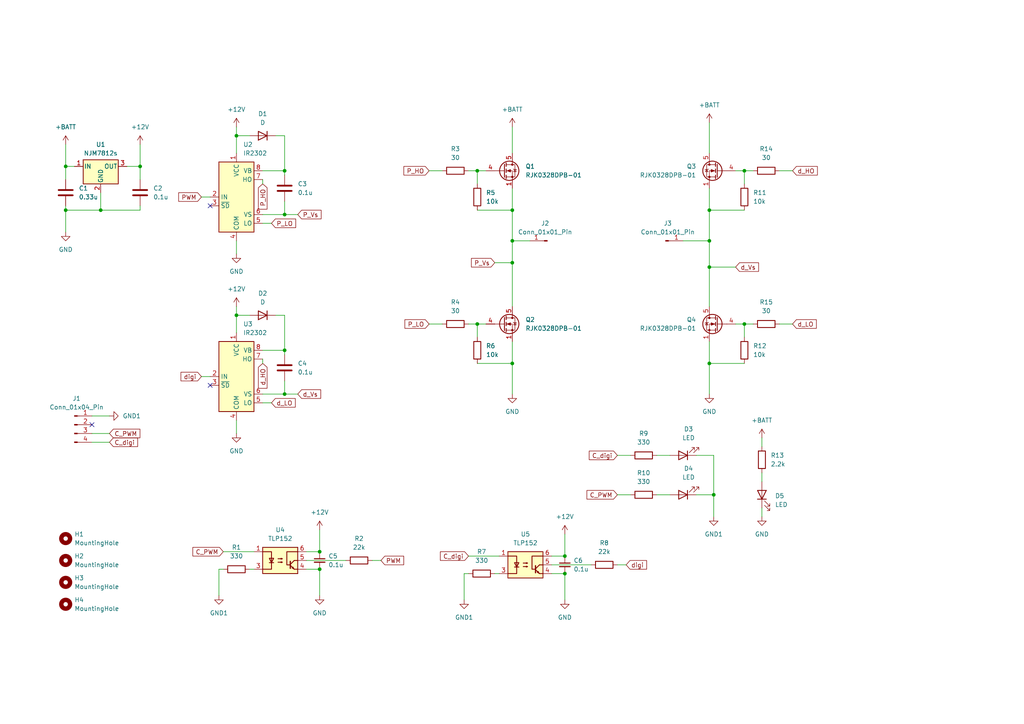
<source format=kicad_sch>
(kicad_sch (version 20230121) (generator eeschema)

  (uuid 00cfde6f-8fe1-4c24-89a5-cd16dcaf41d6)

  (paper "A4")

  (lib_symbols
    (symbol "Connector:Conn_01x01_Pin" (pin_names (offset 1.016) hide) (in_bom yes) (on_board yes)
      (property "Reference" "J" (at 0 2.54 0)
        (effects (font (size 1.27 1.27)))
      )
      (property "Value" "Conn_01x01_Pin" (at 0 -2.54 0)
        (effects (font (size 1.27 1.27)))
      )
      (property "Footprint" "" (at 0 0 0)
        (effects (font (size 1.27 1.27)) hide)
      )
      (property "Datasheet" "~" (at 0 0 0)
        (effects (font (size 1.27 1.27)) hide)
      )
      (property "ki_locked" "" (at 0 0 0)
        (effects (font (size 1.27 1.27)))
      )
      (property "ki_keywords" "connector" (at 0 0 0)
        (effects (font (size 1.27 1.27)) hide)
      )
      (property "ki_description" "Generic connector, single row, 01x01, script generated" (at 0 0 0)
        (effects (font (size 1.27 1.27)) hide)
      )
      (property "ki_fp_filters" "Connector*:*_1x??_*" (at 0 0 0)
        (effects (font (size 1.27 1.27)) hide)
      )
      (symbol "Conn_01x01_Pin_1_1"
        (polyline
          (pts
            (xy 1.27 0)
            (xy 0.8636 0)
          )
          (stroke (width 0.1524) (type default))
          (fill (type none))
        )
        (rectangle (start 0.8636 0.127) (end 0 -0.127)
          (stroke (width 0.1524) (type default))
          (fill (type outline))
        )
        (pin passive line (at 5.08 0 180) (length 3.81)
          (name "Pin_1" (effects (font (size 1.27 1.27))))
          (number "1" (effects (font (size 1.27 1.27))))
        )
      )
    )
    (symbol "Connector:Conn_01x04_Pin" (pin_names (offset 1.016) hide) (in_bom yes) (on_board yes)
      (property "Reference" "J" (at 0 5.08 0)
        (effects (font (size 1.27 1.27)))
      )
      (property "Value" "Conn_01x04_Pin" (at 0 -7.62 0)
        (effects (font (size 1.27 1.27)))
      )
      (property "Footprint" "" (at 0 0 0)
        (effects (font (size 1.27 1.27)) hide)
      )
      (property "Datasheet" "~" (at 0 0 0)
        (effects (font (size 1.27 1.27)) hide)
      )
      (property "ki_locked" "" (at 0 0 0)
        (effects (font (size 1.27 1.27)))
      )
      (property "ki_keywords" "connector" (at 0 0 0)
        (effects (font (size 1.27 1.27)) hide)
      )
      (property "ki_description" "Generic connector, single row, 01x04, script generated" (at 0 0 0)
        (effects (font (size 1.27 1.27)) hide)
      )
      (property "ki_fp_filters" "Connector*:*_1x??_*" (at 0 0 0)
        (effects (font (size 1.27 1.27)) hide)
      )
      (symbol "Conn_01x04_Pin_1_1"
        (polyline
          (pts
            (xy 1.27 -5.08)
            (xy 0.8636 -5.08)
          )
          (stroke (width 0.1524) (type default))
          (fill (type none))
        )
        (polyline
          (pts
            (xy 1.27 -2.54)
            (xy 0.8636 -2.54)
          )
          (stroke (width 0.1524) (type default))
          (fill (type none))
        )
        (polyline
          (pts
            (xy 1.27 0)
            (xy 0.8636 0)
          )
          (stroke (width 0.1524) (type default))
          (fill (type none))
        )
        (polyline
          (pts
            (xy 1.27 2.54)
            (xy 0.8636 2.54)
          )
          (stroke (width 0.1524) (type default))
          (fill (type none))
        )
        (rectangle (start 0.8636 -4.953) (end 0 -5.207)
          (stroke (width 0.1524) (type default))
          (fill (type outline))
        )
        (rectangle (start 0.8636 -2.413) (end 0 -2.667)
          (stroke (width 0.1524) (type default))
          (fill (type outline))
        )
        (rectangle (start 0.8636 0.127) (end 0 -0.127)
          (stroke (width 0.1524) (type default))
          (fill (type outline))
        )
        (rectangle (start 0.8636 2.667) (end 0 2.413)
          (stroke (width 0.1524) (type default))
          (fill (type outline))
        )
        (pin passive line (at 5.08 2.54 180) (length 3.81)
          (name "Pin_1" (effects (font (size 1.27 1.27))))
          (number "1" (effects (font (size 1.27 1.27))))
        )
        (pin passive line (at 5.08 0 180) (length 3.81)
          (name "Pin_2" (effects (font (size 1.27 1.27))))
          (number "2" (effects (font (size 1.27 1.27))))
        )
        (pin passive line (at 5.08 -2.54 180) (length 3.81)
          (name "Pin_3" (effects (font (size 1.27 1.27))))
          (number "3" (effects (font (size 1.27 1.27))))
        )
        (pin passive line (at 5.08 -5.08 180) (length 3.81)
          (name "Pin_4" (effects (font (size 1.27 1.27))))
          (number "4" (effects (font (size 1.27 1.27))))
        )
      )
    )
    (symbol "Device:C" (pin_numbers hide) (pin_names (offset 0.254)) (in_bom yes) (on_board yes)
      (property "Reference" "C" (at 0.635 2.54 0)
        (effects (font (size 1.27 1.27)) (justify left))
      )
      (property "Value" "C" (at 0.635 -2.54 0)
        (effects (font (size 1.27 1.27)) (justify left))
      )
      (property "Footprint" "" (at 0.9652 -3.81 0)
        (effects (font (size 1.27 1.27)) hide)
      )
      (property "Datasheet" "~" (at 0 0 0)
        (effects (font (size 1.27 1.27)) hide)
      )
      (property "ki_keywords" "cap capacitor" (at 0 0 0)
        (effects (font (size 1.27 1.27)) hide)
      )
      (property "ki_description" "Unpolarized capacitor" (at 0 0 0)
        (effects (font (size 1.27 1.27)) hide)
      )
      (property "ki_fp_filters" "C_*" (at 0 0 0)
        (effects (font (size 1.27 1.27)) hide)
      )
      (symbol "C_0_1"
        (polyline
          (pts
            (xy -2.032 -0.762)
            (xy 2.032 -0.762)
          )
          (stroke (width 0.508) (type default))
          (fill (type none))
        )
        (polyline
          (pts
            (xy -2.032 0.762)
            (xy 2.032 0.762)
          )
          (stroke (width 0.508) (type default))
          (fill (type none))
        )
      )
      (symbol "C_1_1"
        (pin passive line (at 0 3.81 270) (length 2.794)
          (name "~" (effects (font (size 1.27 1.27))))
          (number "1" (effects (font (size 1.27 1.27))))
        )
        (pin passive line (at 0 -3.81 90) (length 2.794)
          (name "~" (effects (font (size 1.27 1.27))))
          (number "2" (effects (font (size 1.27 1.27))))
        )
      )
    )
    (symbol "Device:C_Small" (pin_numbers hide) (pin_names (offset 0.254) hide) (in_bom yes) (on_board yes)
      (property "Reference" "C" (at 0.254 1.778 0)
        (effects (font (size 1.27 1.27)) (justify left))
      )
      (property "Value" "C_Small" (at 0.254 -2.032 0)
        (effects (font (size 1.27 1.27)) (justify left))
      )
      (property "Footprint" "" (at 0 0 0)
        (effects (font (size 1.27 1.27)) hide)
      )
      (property "Datasheet" "~" (at 0 0 0)
        (effects (font (size 1.27 1.27)) hide)
      )
      (property "ki_keywords" "capacitor cap" (at 0 0 0)
        (effects (font (size 1.27 1.27)) hide)
      )
      (property "ki_description" "Unpolarized capacitor, small symbol" (at 0 0 0)
        (effects (font (size 1.27 1.27)) hide)
      )
      (property "ki_fp_filters" "C_*" (at 0 0 0)
        (effects (font (size 1.27 1.27)) hide)
      )
      (symbol "C_Small_0_1"
        (polyline
          (pts
            (xy -1.524 -0.508)
            (xy 1.524 -0.508)
          )
          (stroke (width 0.3302) (type default))
          (fill (type none))
        )
        (polyline
          (pts
            (xy -1.524 0.508)
            (xy 1.524 0.508)
          )
          (stroke (width 0.3048) (type default))
          (fill (type none))
        )
      )
      (symbol "C_Small_1_1"
        (pin passive line (at 0 2.54 270) (length 2.032)
          (name "~" (effects (font (size 1.27 1.27))))
          (number "1" (effects (font (size 1.27 1.27))))
        )
        (pin passive line (at 0 -2.54 90) (length 2.032)
          (name "~" (effects (font (size 1.27 1.27))))
          (number "2" (effects (font (size 1.27 1.27))))
        )
      )
    )
    (symbol "Device:D" (pin_numbers hide) (pin_names (offset 1.016) hide) (in_bom yes) (on_board yes)
      (property "Reference" "D" (at 0 2.54 0)
        (effects (font (size 1.27 1.27)))
      )
      (property "Value" "D" (at 0 -2.54 0)
        (effects (font (size 1.27 1.27)))
      )
      (property "Footprint" "" (at 0 0 0)
        (effects (font (size 1.27 1.27)) hide)
      )
      (property "Datasheet" "~" (at 0 0 0)
        (effects (font (size 1.27 1.27)) hide)
      )
      (property "Sim.Device" "D" (at 0 0 0)
        (effects (font (size 1.27 1.27)) hide)
      )
      (property "Sim.Pins" "1=K 2=A" (at 0 0 0)
        (effects (font (size 1.27 1.27)) hide)
      )
      (property "ki_keywords" "diode" (at 0 0 0)
        (effects (font (size 1.27 1.27)) hide)
      )
      (property "ki_description" "Diode" (at 0 0 0)
        (effects (font (size 1.27 1.27)) hide)
      )
      (property "ki_fp_filters" "TO-???* *_Diode_* *SingleDiode* D_*" (at 0 0 0)
        (effects (font (size 1.27 1.27)) hide)
      )
      (symbol "D_0_1"
        (polyline
          (pts
            (xy -1.27 1.27)
            (xy -1.27 -1.27)
          )
          (stroke (width 0.254) (type default))
          (fill (type none))
        )
        (polyline
          (pts
            (xy 1.27 0)
            (xy -1.27 0)
          )
          (stroke (width 0) (type default))
          (fill (type none))
        )
        (polyline
          (pts
            (xy 1.27 1.27)
            (xy 1.27 -1.27)
            (xy -1.27 0)
            (xy 1.27 1.27)
          )
          (stroke (width 0.254) (type default))
          (fill (type none))
        )
      )
      (symbol "D_1_1"
        (pin passive line (at -3.81 0 0) (length 2.54)
          (name "K" (effects (font (size 1.27 1.27))))
          (number "1" (effects (font (size 1.27 1.27))))
        )
        (pin passive line (at 3.81 0 180) (length 2.54)
          (name "A" (effects (font (size 1.27 1.27))))
          (number "2" (effects (font (size 1.27 1.27))))
        )
      )
    )
    (symbol "Device:LED" (pin_numbers hide) (pin_names (offset 1.016) hide) (in_bom yes) (on_board yes)
      (property "Reference" "D" (at 0 2.54 0)
        (effects (font (size 1.27 1.27)))
      )
      (property "Value" "LED" (at 0 -2.54 0)
        (effects (font (size 1.27 1.27)))
      )
      (property "Footprint" "" (at 0 0 0)
        (effects (font (size 1.27 1.27)) hide)
      )
      (property "Datasheet" "~" (at 0 0 0)
        (effects (font (size 1.27 1.27)) hide)
      )
      (property "ki_keywords" "LED diode" (at 0 0 0)
        (effects (font (size 1.27 1.27)) hide)
      )
      (property "ki_description" "Light emitting diode" (at 0 0 0)
        (effects (font (size 1.27 1.27)) hide)
      )
      (property "ki_fp_filters" "LED* LED_SMD:* LED_THT:*" (at 0 0 0)
        (effects (font (size 1.27 1.27)) hide)
      )
      (symbol "LED_0_1"
        (polyline
          (pts
            (xy -1.27 -1.27)
            (xy -1.27 1.27)
          )
          (stroke (width 0.254) (type default))
          (fill (type none))
        )
        (polyline
          (pts
            (xy -1.27 0)
            (xy 1.27 0)
          )
          (stroke (width 0) (type default))
          (fill (type none))
        )
        (polyline
          (pts
            (xy 1.27 -1.27)
            (xy 1.27 1.27)
            (xy -1.27 0)
            (xy 1.27 -1.27)
          )
          (stroke (width 0.254) (type default))
          (fill (type none))
        )
        (polyline
          (pts
            (xy -3.048 -0.762)
            (xy -4.572 -2.286)
            (xy -3.81 -2.286)
            (xy -4.572 -2.286)
            (xy -4.572 -1.524)
          )
          (stroke (width 0) (type default))
          (fill (type none))
        )
        (polyline
          (pts
            (xy -1.778 -0.762)
            (xy -3.302 -2.286)
            (xy -2.54 -2.286)
            (xy -3.302 -2.286)
            (xy -3.302 -1.524)
          )
          (stroke (width 0) (type default))
          (fill (type none))
        )
      )
      (symbol "LED_1_1"
        (pin passive line (at -3.81 0 0) (length 2.54)
          (name "K" (effects (font (size 1.27 1.27))))
          (number "1" (effects (font (size 1.27 1.27))))
        )
        (pin passive line (at 3.81 0 180) (length 2.54)
          (name "A" (effects (font (size 1.27 1.27))))
          (number "2" (effects (font (size 1.27 1.27))))
        )
      )
    )
    (symbol "Device:R" (pin_numbers hide) (pin_names (offset 0)) (in_bom yes) (on_board yes)
      (property "Reference" "R" (at 2.032 0 90)
        (effects (font (size 1.27 1.27)))
      )
      (property "Value" "R" (at 0 0 90)
        (effects (font (size 1.27 1.27)))
      )
      (property "Footprint" "" (at -1.778 0 90)
        (effects (font (size 1.27 1.27)) hide)
      )
      (property "Datasheet" "~" (at 0 0 0)
        (effects (font (size 1.27 1.27)) hide)
      )
      (property "ki_keywords" "R res resistor" (at 0 0 0)
        (effects (font (size 1.27 1.27)) hide)
      )
      (property "ki_description" "Resistor" (at 0 0 0)
        (effects (font (size 1.27 1.27)) hide)
      )
      (property "ki_fp_filters" "R_*" (at 0 0 0)
        (effects (font (size 1.27 1.27)) hide)
      )
      (symbol "R_0_1"
        (rectangle (start -1.016 -2.54) (end 1.016 2.54)
          (stroke (width 0.254) (type default))
          (fill (type none))
        )
      )
      (symbol "R_1_1"
        (pin passive line (at 0 3.81 270) (length 1.27)
          (name "~" (effects (font (size 1.27 1.27))))
          (number "1" (effects (font (size 1.27 1.27))))
        )
        (pin passive line (at 0 -3.81 90) (length 1.27)
          (name "~" (effects (font (size 1.27 1.27))))
          (number "2" (effects (font (size 1.27 1.27))))
        )
      )
    )
    (symbol "Driver_FET:IR2302" (in_bom yes) (on_board yes)
      (property "Reference" "U" (at 1.27 13.335 0)
        (effects (font (size 1.27 1.27)) (justify left))
      )
      (property "Value" "IR2302" (at 1.27 11.43 0)
        (effects (font (size 1.27 1.27)) (justify left))
      )
      (property "Footprint" "" (at 0 0 0)
        (effects (font (size 1.27 1.27) italic) hide)
      )
      (property "Datasheet" "https://www.infineon.com/dgdl/ir2302.pdf?fileId=5546d462533600a4015355c988b216de" (at 0 0 0)
        (effects (font (size 1.27 1.27)) hide)
      )
      (property "ki_keywords" "Gate Driver" (at 0 0 0)
        (effects (font (size 1.27 1.27)) hide)
      )
      (property "ki_description" "Half-Bridge Driver, 600V, 200/350mA, PDIP-8/SOIC-8" (at 0 0 0)
        (effects (font (size 1.27 1.27)) hide)
      )
      (property "ki_fp_filters" "SOIC*3.9x4.9mm*P1.27mm* DIP*W7.62mm*" (at 0 0 0)
        (effects (font (size 1.27 1.27)) hide)
      )
      (symbol "IR2302_0_1"
        (rectangle (start -5.08 -10.16) (end 5.08 10.16)
          (stroke (width 0.254) (type default))
          (fill (type background))
        )
      )
      (symbol "IR2302_1_1"
        (pin power_in line (at 0 12.7 270) (length 2.54)
          (name "VCC" (effects (font (size 1.27 1.27))))
          (number "1" (effects (font (size 1.27 1.27))))
        )
        (pin input line (at -7.62 0 0) (length 2.54)
          (name "IN" (effects (font (size 1.27 1.27))))
          (number "2" (effects (font (size 1.27 1.27))))
        )
        (pin input line (at -7.62 -2.54 0) (length 2.54)
          (name "~{SD}" (effects (font (size 1.27 1.27))))
          (number "3" (effects (font (size 1.27 1.27))))
        )
        (pin power_in line (at 0 -12.7 90) (length 2.54)
          (name "COM" (effects (font (size 1.27 1.27))))
          (number "4" (effects (font (size 1.27 1.27))))
        )
        (pin output line (at 7.62 -7.62 180) (length 2.54)
          (name "LO" (effects (font (size 1.27 1.27))))
          (number "5" (effects (font (size 1.27 1.27))))
        )
        (pin passive line (at 7.62 -5.08 180) (length 2.54)
          (name "VS" (effects (font (size 1.27 1.27))))
          (number "6" (effects (font (size 1.27 1.27))))
        )
        (pin output line (at 7.62 5.08 180) (length 2.54)
          (name "HO" (effects (font (size 1.27 1.27))))
          (number "7" (effects (font (size 1.27 1.27))))
        )
        (pin passive line (at 7.62 7.62 180) (length 2.54)
          (name "VB" (effects (font (size 1.27 1.27))))
          (number "8" (effects (font (size 1.27 1.27))))
        )
      )
    )
    (symbol "Isolator:TLP137" (pin_names (offset 1.016)) (in_bom yes) (on_board yes)
      (property "Reference" "U" (at -5.08 4.953 0)
        (effects (font (size 1.27 1.27)) (justify left))
      )
      (property "Value" "TLP137" (at -5.08 -5.08 0)
        (effects (font (size 1.27 1.27)) (justify left))
      )
      (property "Footprint" "Package_SO:MFSOP6-5_4.4x3.6mm_P1.27mm" (at 0 -7.62 0)
        (effects (font (size 1.27 1.27) italic) hide)
      )
      (property "Datasheet" "https://toshiba.semicon-storage.com/info/docget.jsp?did=16744&prodName=TLP137" (at 0 0 0)
        (effects (font (size 1.27 1.27)) (justify left) hide)
      )
      (property "ki_keywords" "NPN DC Optocoupler Base Connected" (at 0 0 0)
        (effects (font (size 1.27 1.27)) hide)
      )
      (property "ki_description" "DC Optocoupler Base Connected, Vce 80V, CTR 100-200%, MFSOP6" (at 0 0 0)
        (effects (font (size 1.27 1.27)) hide)
      )
      (property "ki_fp_filters" "MFSOP6*4.4x3.6mm*P1.27mm*" (at 0 0 0)
        (effects (font (size 1.27 1.27)) hide)
      )
      (symbol "TLP137_0_1"
        (rectangle (start -5.08 3.81) (end 5.08 -3.81)
          (stroke (width 0.254) (type default))
          (fill (type background))
        )
        (polyline
          (pts
            (xy -3.175 -0.635)
            (xy -1.905 -0.635)
          )
          (stroke (width 0.254) (type default))
          (fill (type none))
        )
        (polyline
          (pts
            (xy 2.921 -1.397)
            (xy 4.064 -2.54)
          )
          (stroke (width 0.254) (type default))
          (fill (type none))
        )
        (polyline
          (pts
            (xy 2.921 -1.143)
            (xy 4.064 0)
          )
          (stroke (width 0.254) (type default))
          (fill (type none))
        )
        (polyline
          (pts
            (xy 4.064 -2.54)
            (xy 5.08 -2.54)
          )
          (stroke (width 0.254) (type default))
          (fill (type none))
        )
        (polyline
          (pts
            (xy 5.08 0)
            (xy 4.064 0)
          )
          (stroke (width 0.254) (type default))
          (fill (type none))
        )
        (polyline
          (pts
            (xy 2.921 -0.254)
            (xy 2.921 -2.286)
            (xy 2.921 -2.286)
          )
          (stroke (width 0.3556) (type default))
          (fill (type none))
        )
        (polyline
          (pts
            (xy -5.08 -2.54)
            (xy -2.54 -2.54)
            (xy -2.54 2.54)
            (xy -5.08 2.54)
          )
          (stroke (width 0.254) (type default))
          (fill (type none))
        )
        (polyline
          (pts
            (xy -2.54 -0.635)
            (xy -3.175 0.635)
            (xy -1.905 0.635)
            (xy -2.54 -0.635)
          )
          (stroke (width 0.254) (type default))
          (fill (type none))
        )
        (polyline
          (pts
            (xy 2.921 -1.27)
            (xy 1.905 -1.27)
            (xy 1.905 2.54)
            (xy 5.08 2.54)
          )
          (stroke (width 0.254) (type default))
          (fill (type none))
        )
        (polyline
          (pts
            (xy 3.937 -2.413)
            (xy 3.683 -1.905)
            (xy 3.429 -2.159)
            (xy 3.937 -2.413)
          )
          (stroke (width 0.254) (type default))
          (fill (type none))
        )
        (polyline
          (pts
            (xy -0.635 -0.508)
            (xy 0.635 -0.508)
            (xy 0.254 -0.635)
            (xy 0.254 -0.381)
            (xy 0.635 -0.508)
          )
          (stroke (width 0.254) (type default))
          (fill (type none))
        )
        (polyline
          (pts
            (xy -0.635 0.508)
            (xy 0.635 0.508)
            (xy 0.254 0.381)
            (xy 0.254 0.635)
            (xy 0.635 0.508)
          )
          (stroke (width 0.254) (type default))
          (fill (type none))
        )
      )
      (symbol "TLP137_1_1"
        (pin passive line (at -7.62 2.54 0) (length 2.54)
          (name "~" (effects (font (size 1.27 1.27))))
          (number "1" (effects (font (size 1.27 1.27))))
        )
        (pin passive line (at -7.62 -2.54 0) (length 2.54)
          (name "~" (effects (font (size 1.27 1.27))))
          (number "3" (effects (font (size 1.27 1.27))))
        )
        (pin passive line (at 7.62 -2.54 180) (length 2.54)
          (name "~" (effects (font (size 1.27 1.27))))
          (number "4" (effects (font (size 1.27 1.27))))
        )
        (pin open_collector line (at 7.62 0 180) (length 2.54)
          (name "~" (effects (font (size 1.27 1.27))))
          (number "5" (effects (font (size 1.27 1.27))))
        )
        (pin passive line (at 7.62 2.54 180) (length 2.54)
          (name "~" (effects (font (size 1.27 1.27))))
          (number "6" (effects (font (size 1.27 1.27))))
        )
      )
    )
    (symbol "Mechanical:MountingHole" (pin_names (offset 1.016)) (in_bom yes) (on_board yes)
      (property "Reference" "H" (at 0 5.08 0)
        (effects (font (size 1.27 1.27)))
      )
      (property "Value" "MountingHole" (at 0 3.175 0)
        (effects (font (size 1.27 1.27)))
      )
      (property "Footprint" "" (at 0 0 0)
        (effects (font (size 1.27 1.27)) hide)
      )
      (property "Datasheet" "~" (at 0 0 0)
        (effects (font (size 1.27 1.27)) hide)
      )
      (property "ki_keywords" "mounting hole" (at 0 0 0)
        (effects (font (size 1.27 1.27)) hide)
      )
      (property "ki_description" "Mounting Hole without connection" (at 0 0 0)
        (effects (font (size 1.27 1.27)) hide)
      )
      (property "ki_fp_filters" "MountingHole*" (at 0 0 0)
        (effects (font (size 1.27 1.27)) hide)
      )
      (symbol "MountingHole_0_1"
        (circle (center 0 0) (radius 1.27)
          (stroke (width 1.27) (type default))
          (fill (type none))
        )
      )
    )
    (symbol "Regulator_Linear:L7812" (pin_names (offset 0.254)) (in_bom yes) (on_board yes)
      (property "Reference" "U" (at -3.81 3.175 0)
        (effects (font (size 1.27 1.27)))
      )
      (property "Value" "L7812" (at 0 3.175 0)
        (effects (font (size 1.27 1.27)) (justify left))
      )
      (property "Footprint" "" (at 0.635 -3.81 0)
        (effects (font (size 1.27 1.27) italic) (justify left) hide)
      )
      (property "Datasheet" "http://www.st.com/content/ccc/resource/technical/document/datasheet/41/4f/b3/b0/12/d4/47/88/CD00000444.pdf/files/CD00000444.pdf/jcr:content/translations/en.CD00000444.pdf" (at 0 -1.27 0)
        (effects (font (size 1.27 1.27)) hide)
      )
      (property "ki_keywords" "Voltage Regulator 1.5A Positive" (at 0 0 0)
        (effects (font (size 1.27 1.27)) hide)
      )
      (property "ki_description" "Positive 1.5A 35V Linear Regulator, Fixed Output 12V, TO-220/TO-263/TO-252" (at 0 0 0)
        (effects (font (size 1.27 1.27)) hide)
      )
      (property "ki_fp_filters" "TO?252* TO?263* TO?220*" (at 0 0 0)
        (effects (font (size 1.27 1.27)) hide)
      )
      (symbol "L7812_0_1"
        (rectangle (start -5.08 1.905) (end 5.08 -5.08)
          (stroke (width 0.254) (type default))
          (fill (type background))
        )
      )
      (symbol "L7812_1_1"
        (pin power_in line (at -7.62 0 0) (length 2.54)
          (name "IN" (effects (font (size 1.27 1.27))))
          (number "1" (effects (font (size 1.27 1.27))))
        )
        (pin power_in line (at 0 -7.62 90) (length 2.54)
          (name "GND" (effects (font (size 1.27 1.27))))
          (number "2" (effects (font (size 1.27 1.27))))
        )
        (pin power_out line (at 7.62 0 180) (length 2.54)
          (name "OUT" (effects (font (size 1.27 1.27))))
          (number "3" (effects (font (size 1.27 1.27))))
        )
      )
    )
    (symbol "Transistor_FET:PSMN5R2-60YL" (pin_names hide) (in_bom yes) (on_board yes)
      (property "Reference" "Q" (at 6.35 2.54 0)
        (effects (font (size 1.27 1.27)))
      )
      (property "Value" "PSMN5R2-60YL" (at 12.7 0 0)
        (effects (font (size 1.27 1.27)))
      )
      (property "Footprint" "Package_TO_SOT_SMD:LFPAK56" (at 3.81 0 0)
        (effects (font (size 1.27 1.27)) hide)
      )
      (property "Datasheet" "https://assets.nexperia.com/documents/data-sheet/PSMN5R2-60YL.pdf" (at 0 0 0)
        (effects (font (size 1.27 1.27)) hide)
      )
      (property "ki_keywords" "N-Channel MOSFET" (at 0 0 0)
        (effects (font (size 1.27 1.27)) hide)
      )
      (property "ki_description" "100A, 60V Vds, N-Channel MOSFET, 5.2mOhm Ron, LFPAK56" (at 0 0 0)
        (effects (font (size 1.27 1.27)) hide)
      )
      (property "ki_fp_filters" "LFPAK56*" (at 0 0 0)
        (effects (font (size 1.27 1.27)) hide)
      )
      (symbol "PSMN5R2-60YL_0_1"
        (polyline
          (pts
            (xy 0.254 0)
            (xy -2.54 0)
          )
          (stroke (width 0) (type default))
          (fill (type none))
        )
        (polyline
          (pts
            (xy 0.254 1.905)
            (xy 0.254 -1.905)
          )
          (stroke (width 0.254) (type default))
          (fill (type none))
        )
        (polyline
          (pts
            (xy 0.762 -1.27)
            (xy 0.762 -2.286)
          )
          (stroke (width 0.254) (type default))
          (fill (type none))
        )
        (polyline
          (pts
            (xy 0.762 0.508)
            (xy 0.762 -0.508)
          )
          (stroke (width 0.254) (type default))
          (fill (type none))
        )
        (polyline
          (pts
            (xy 0.762 2.286)
            (xy 0.762 1.27)
          )
          (stroke (width 0.254) (type default))
          (fill (type none))
        )
        (polyline
          (pts
            (xy 2.54 2.54)
            (xy 2.54 1.778)
          )
          (stroke (width 0) (type default))
          (fill (type none))
        )
        (polyline
          (pts
            (xy 2.54 -2.54)
            (xy 2.54 0)
            (xy 0.762 0)
          )
          (stroke (width 0) (type default))
          (fill (type none))
        )
        (polyline
          (pts
            (xy 0.762 -1.778)
            (xy 3.302 -1.778)
            (xy 3.302 1.778)
            (xy 0.762 1.778)
          )
          (stroke (width 0) (type default))
          (fill (type none))
        )
        (polyline
          (pts
            (xy 1.016 0)
            (xy 2.032 0.381)
            (xy 2.032 -0.381)
            (xy 1.016 0)
          )
          (stroke (width 0) (type default))
          (fill (type outline))
        )
        (polyline
          (pts
            (xy 2.794 0.508)
            (xy 2.921 0.381)
            (xy 3.683 0.381)
            (xy 3.81 0.254)
          )
          (stroke (width 0) (type default))
          (fill (type none))
        )
        (polyline
          (pts
            (xy 3.302 0.381)
            (xy 2.921 -0.254)
            (xy 3.683 -0.254)
            (xy 3.302 0.381)
          )
          (stroke (width 0) (type default))
          (fill (type none))
        )
        (circle (center 1.651 0) (radius 2.794)
          (stroke (width 0.254) (type default))
          (fill (type none))
        )
        (circle (center 2.54 -1.778) (radius 0.254)
          (stroke (width 0) (type default))
          (fill (type outline))
        )
        (circle (center 2.54 1.778) (radius 0.254)
          (stroke (width 0) (type default))
          (fill (type outline))
        )
      )
      (symbol "PSMN5R2-60YL_1_1"
        (pin passive line (at 2.54 -5.08 90) (length 2.54)
          (name "S" (effects (font (size 1.27 1.27))))
          (number "1" (effects (font (size 1.27 1.27))))
        )
        (pin passive line (at 2.54 -5.08 90) (length 2.54) hide
          (name "S" (effects (font (size 1.27 1.27))))
          (number "2" (effects (font (size 1.27 1.27))))
        )
        (pin passive line (at 2.54 -5.08 90) (length 2.54) hide
          (name "S" (effects (font (size 1.27 1.27))))
          (number "3" (effects (font (size 1.27 1.27))))
        )
        (pin passive line (at -5.08 0 0) (length 2.54)
          (name "G" (effects (font (size 1.27 1.27))))
          (number "4" (effects (font (size 1.27 1.27))))
        )
        (pin passive line (at 2.54 5.08 270) (length 2.54)
          (name "D" (effects (font (size 1.27 1.27))))
          (number "5" (effects (font (size 1.27 1.27))))
        )
      )
    )
    (symbol "power:+12V" (power) (pin_names (offset 0)) (in_bom yes) (on_board yes)
      (property "Reference" "#PWR" (at 0 -3.81 0)
        (effects (font (size 1.27 1.27)) hide)
      )
      (property "Value" "+12V" (at 0 3.556 0)
        (effects (font (size 1.27 1.27)))
      )
      (property "Footprint" "" (at 0 0 0)
        (effects (font (size 1.27 1.27)) hide)
      )
      (property "Datasheet" "" (at 0 0 0)
        (effects (font (size 1.27 1.27)) hide)
      )
      (property "ki_keywords" "global power" (at 0 0 0)
        (effects (font (size 1.27 1.27)) hide)
      )
      (property "ki_description" "Power symbol creates a global label with name \"+12V\"" (at 0 0 0)
        (effects (font (size 1.27 1.27)) hide)
      )
      (symbol "+12V_0_1"
        (polyline
          (pts
            (xy -0.762 1.27)
            (xy 0 2.54)
          )
          (stroke (width 0) (type default))
          (fill (type none))
        )
        (polyline
          (pts
            (xy 0 0)
            (xy 0 2.54)
          )
          (stroke (width 0) (type default))
          (fill (type none))
        )
        (polyline
          (pts
            (xy 0 2.54)
            (xy 0.762 1.27)
          )
          (stroke (width 0) (type default))
          (fill (type none))
        )
      )
      (symbol "+12V_1_1"
        (pin power_in line (at 0 0 90) (length 0) hide
          (name "+12V" (effects (font (size 1.27 1.27))))
          (number "1" (effects (font (size 1.27 1.27))))
        )
      )
    )
    (symbol "power:+BATT" (power) (pin_names (offset 0)) (in_bom yes) (on_board yes)
      (property "Reference" "#PWR" (at 0 -3.81 0)
        (effects (font (size 1.27 1.27)) hide)
      )
      (property "Value" "+BATT" (at 0 3.556 0)
        (effects (font (size 1.27 1.27)))
      )
      (property "Footprint" "" (at 0 0 0)
        (effects (font (size 1.27 1.27)) hide)
      )
      (property "Datasheet" "" (at 0 0 0)
        (effects (font (size 1.27 1.27)) hide)
      )
      (property "ki_keywords" "global power battery" (at 0 0 0)
        (effects (font (size 1.27 1.27)) hide)
      )
      (property "ki_description" "Power symbol creates a global label with name \"+BATT\"" (at 0 0 0)
        (effects (font (size 1.27 1.27)) hide)
      )
      (symbol "+BATT_0_1"
        (polyline
          (pts
            (xy -0.762 1.27)
            (xy 0 2.54)
          )
          (stroke (width 0) (type default))
          (fill (type none))
        )
        (polyline
          (pts
            (xy 0 0)
            (xy 0 2.54)
          )
          (stroke (width 0) (type default))
          (fill (type none))
        )
        (polyline
          (pts
            (xy 0 2.54)
            (xy 0.762 1.27)
          )
          (stroke (width 0) (type default))
          (fill (type none))
        )
      )
      (symbol "+BATT_1_1"
        (pin power_in line (at 0 0 90) (length 0) hide
          (name "+BATT" (effects (font (size 1.27 1.27))))
          (number "1" (effects (font (size 1.27 1.27))))
        )
      )
    )
    (symbol "power:GND" (power) (pin_names (offset 0)) (in_bom yes) (on_board yes)
      (property "Reference" "#PWR" (at 0 -6.35 0)
        (effects (font (size 1.27 1.27)) hide)
      )
      (property "Value" "GND" (at 0 -3.81 0)
        (effects (font (size 1.27 1.27)))
      )
      (property "Footprint" "" (at 0 0 0)
        (effects (font (size 1.27 1.27)) hide)
      )
      (property "Datasheet" "" (at 0 0 0)
        (effects (font (size 1.27 1.27)) hide)
      )
      (property "ki_keywords" "global power" (at 0 0 0)
        (effects (font (size 1.27 1.27)) hide)
      )
      (property "ki_description" "Power symbol creates a global label with name \"GND\" , ground" (at 0 0 0)
        (effects (font (size 1.27 1.27)) hide)
      )
      (symbol "GND_0_1"
        (polyline
          (pts
            (xy 0 0)
            (xy 0 -1.27)
            (xy 1.27 -1.27)
            (xy 0 -2.54)
            (xy -1.27 -1.27)
            (xy 0 -1.27)
          )
          (stroke (width 0) (type default))
          (fill (type none))
        )
      )
      (symbol "GND_1_1"
        (pin power_in line (at 0 0 270) (length 0) hide
          (name "GND" (effects (font (size 1.27 1.27))))
          (number "1" (effects (font (size 1.27 1.27))))
        )
      )
    )
    (symbol "power:GND1" (power) (pin_names (offset 0)) (in_bom yes) (on_board yes)
      (property "Reference" "#PWR" (at 0 -6.35 0)
        (effects (font (size 1.27 1.27)) hide)
      )
      (property "Value" "GND1" (at 0 -3.81 0)
        (effects (font (size 1.27 1.27)))
      )
      (property "Footprint" "" (at 0 0 0)
        (effects (font (size 1.27 1.27)) hide)
      )
      (property "Datasheet" "" (at 0 0 0)
        (effects (font (size 1.27 1.27)) hide)
      )
      (property "ki_keywords" "global power" (at 0 0 0)
        (effects (font (size 1.27 1.27)) hide)
      )
      (property "ki_description" "Power symbol creates a global label with name \"GND1\" , ground" (at 0 0 0)
        (effects (font (size 1.27 1.27)) hide)
      )
      (symbol "GND1_0_1"
        (polyline
          (pts
            (xy 0 0)
            (xy 0 -1.27)
            (xy 1.27 -1.27)
            (xy 0 -2.54)
            (xy -1.27 -1.27)
            (xy 0 -1.27)
          )
          (stroke (width 0) (type default))
          (fill (type none))
        )
      )
      (symbol "GND1_1_1"
        (pin power_in line (at 0 0 270) (length 0) hide
          (name "GND1" (effects (font (size 1.27 1.27))))
          (number "1" (effects (font (size 1.27 1.27))))
        )
      )
    )
  )

  (junction (at 82.55 114.3) (diameter 0) (color 0 0 0 0)
    (uuid 007cb445-420e-40e4-a593-f3bb689045ab)
  )
  (junction (at 82.55 101.6) (diameter 0) (color 0 0 0 0)
    (uuid 09327cca-603b-494e-bb57-80088ccab484)
  )
  (junction (at 92.71 165.1) (diameter 0) (color 0 0 0 0)
    (uuid 0c94a320-0bed-4b12-91b4-16b9257ea62a)
  )
  (junction (at 163.83 161.29) (diameter 0) (color 0 0 0 0)
    (uuid 0ffbf61d-04c3-4879-bfb7-ba01e7a6d137)
  )
  (junction (at 68.58 39.37) (diameter 0) (color 0 0 0 0)
    (uuid 11e22314-6a3e-4f5c-ab4f-901cbb6729b5)
  )
  (junction (at 148.59 105.41) (diameter 0) (color 0 0 0 0)
    (uuid 13afda3b-8447-479a-b5ca-7455fb0c4056)
  )
  (junction (at 138.43 93.98) (diameter 0) (color 0 0 0 0)
    (uuid 14ff061e-4a4a-4f4a-bfea-d5a12733a0e1)
  )
  (junction (at 205.74 105.41) (diameter 0) (color 0 0 0 0)
    (uuid 46926de0-1338-45bc-89c4-aaa18fdcdafd)
  )
  (junction (at 138.43 49.53) (diameter 0) (color 0 0 0 0)
    (uuid 4d4c517c-52f7-4f9c-b1f7-fb59d789592d)
  )
  (junction (at 205.74 60.96) (diameter 0) (color 0 0 0 0)
    (uuid 5a54346e-5118-430b-90e9-4ee4a5e10bf6)
  )
  (junction (at 163.83 166.37) (diameter 0) (color 0 0 0 0)
    (uuid 5aad2d3c-7254-48b7-bbc7-cdf8deb7e5f8)
  )
  (junction (at 92.71 160.02) (diameter 0) (color 0 0 0 0)
    (uuid 603e45e6-9f2a-45f4-bd5d-fe220807b516)
  )
  (junction (at 148.59 69.85) (diameter 0) (color 0 0 0 0)
    (uuid 8278117e-018b-470f-86a4-b3c89ef58d7a)
  )
  (junction (at 205.74 77.47) (diameter 0) (color 0 0 0 0)
    (uuid 857f5edc-5312-407a-b127-913cdf8914d1)
  )
  (junction (at 82.55 49.53) (diameter 0) (color 0 0 0 0)
    (uuid 887e7ecf-ebc2-4e9d-adff-1eb7aaa65580)
  )
  (junction (at 19.05 60.96) (diameter 0) (color 0 0 0 0)
    (uuid 97887b12-c5d6-4ba3-8f08-e2385452ce88)
  )
  (junction (at 148.59 60.96) (diameter 0) (color 0 0 0 0)
    (uuid a566f99b-e5a9-4459-a536-345e8c9e120c)
  )
  (junction (at 215.9 49.53) (diameter 0) (color 0 0 0 0)
    (uuid a698ef4c-f33b-41c4-bda3-609a06e5fb87)
  )
  (junction (at 205.74 69.85) (diameter 0) (color 0 0 0 0)
    (uuid a76b821e-2ed2-40dc-988f-11ff314ceafe)
  )
  (junction (at 68.58 91.44) (diameter 0) (color 0 0 0 0)
    (uuid a9c3f3b1-1d04-49e4-9e46-9a54c445d460)
  )
  (junction (at 82.55 62.23) (diameter 0) (color 0 0 0 0)
    (uuid ae04cd37-41d7-48b4-b6ed-b830c2b9a4d6)
  )
  (junction (at 40.64 48.26) (diameter 0) (color 0 0 0 0)
    (uuid b3709fa4-c035-4bb1-884b-fd6e464a3ee1)
  )
  (junction (at 215.9 93.98) (diameter 0) (color 0 0 0 0)
    (uuid bb200f03-6c29-401a-ad08-63d80fb8e136)
  )
  (junction (at 207.01 143.51) (diameter 0) (color 0 0 0 0)
    (uuid c2ebdb3b-e345-42dd-b465-3a1e7262a1cf)
  )
  (junction (at 148.59 76.2) (diameter 0) (color 0 0 0 0)
    (uuid c92d58a5-3702-4057-94b5-c72b34eb19e2)
  )
  (junction (at 29.21 60.96) (diameter 0) (color 0 0 0 0)
    (uuid d312f270-b3bb-490b-a08d-c0d2b3441bae)
  )
  (junction (at 19.05 48.26) (diameter 0) (color 0 0 0 0)
    (uuid f4b2da7e-aca2-4e73-b57f-8a4c09dd44d5)
  )

  (no_connect (at 26.67 123.19) (uuid 7e17a11c-efc0-4d96-ba65-b78622a0d7f0))
  (no_connect (at 60.96 59.69) (uuid 9b90cc9e-e634-4572-ad91-187cdee53153))
  (no_connect (at 60.96 111.76) (uuid dfaf9495-f61a-4125-b24e-e965849292fd))

  (wire (pts (xy 76.2 104.14) (xy 76.2 105.41))
    (stroke (width 0) (type default))
    (uuid 02183c11-3a0b-4864-b3a5-73852066fcbc)
  )
  (wire (pts (xy 26.67 128.27) (xy 31.75 128.27))
    (stroke (width 0) (type default))
    (uuid 03869173-897f-4c61-a52c-cf60327b4a51)
  )
  (wire (pts (xy 205.74 77.47) (xy 205.74 88.9))
    (stroke (width 0) (type default))
    (uuid 03c84972-996b-4beb-acd6-dbe674bf3a1d)
  )
  (wire (pts (xy 207.01 143.51) (xy 207.01 149.86))
    (stroke (width 0) (type default))
    (uuid 0e5f5d36-94ea-487c-b64f-c2978e4d04c2)
  )
  (wire (pts (xy 215.9 60.96) (xy 205.74 60.96))
    (stroke (width 0) (type default))
    (uuid 1034d2a2-8314-41e2-b59a-64c185a2c05f)
  )
  (wire (pts (xy 72.39 91.44) (xy 68.58 91.44))
    (stroke (width 0) (type default))
    (uuid 11253105-f1a3-4d6f-867d-c6d7af2bc029)
  )
  (wire (pts (xy 138.43 105.41) (xy 148.59 105.41))
    (stroke (width 0) (type default))
    (uuid 121562de-a331-4e22-b50b-2ab86623e62a)
  )
  (wire (pts (xy 205.74 105.41) (xy 205.74 114.3))
    (stroke (width 0) (type default))
    (uuid 13333bae-238a-4892-8ab8-e4812333efe2)
  )
  (wire (pts (xy 205.74 60.96) (xy 205.74 54.61))
    (stroke (width 0) (type default))
    (uuid 14467940-7a25-4743-a451-fd9dd2c79349)
  )
  (wire (pts (xy 138.43 93.98) (xy 140.97 93.98))
    (stroke (width 0) (type default))
    (uuid 14ad3611-430e-422d-9ff7-cf13b3732559)
  )
  (wire (pts (xy 76.2 52.07) (xy 76.2 53.34))
    (stroke (width 0) (type default))
    (uuid 1a8f9336-adc5-40d6-86f0-88ab8f99988f)
  )
  (wire (pts (xy 160.02 166.37) (xy 163.83 166.37))
    (stroke (width 0) (type default))
    (uuid 2064d826-ec99-44f1-a466-184de75fa755)
  )
  (wire (pts (xy 138.43 49.53) (xy 140.97 49.53))
    (stroke (width 0) (type default))
    (uuid 21e84f95-9d0f-4840-934a-133f48b689a5)
  )
  (wire (pts (xy 29.21 60.96) (xy 40.64 60.96))
    (stroke (width 0) (type default))
    (uuid 249fec23-7624-447d-860b-5285ec7a46aa)
  )
  (wire (pts (xy 201.93 132.08) (xy 207.01 132.08))
    (stroke (width 0) (type default))
    (uuid 27076075-a8e8-4ba2-a82e-2e5a3df54391)
  )
  (wire (pts (xy 134.62 166.37) (xy 135.89 166.37))
    (stroke (width 0) (type default))
    (uuid 27cf2edc-cf9e-41a7-a3fa-31c642538b7e)
  )
  (wire (pts (xy 148.59 36.83) (xy 148.59 44.45))
    (stroke (width 0) (type default))
    (uuid 2a52e3bf-7283-4e18-989b-f8657442dd92)
  )
  (wire (pts (xy 76.2 114.3) (xy 82.55 114.3))
    (stroke (width 0) (type default))
    (uuid 2b80df99-cb52-4b17-9c15-a0d055633438)
  )
  (wire (pts (xy 68.58 39.37) (xy 72.39 39.37))
    (stroke (width 0) (type default))
    (uuid 2c639798-b0dc-42bb-b442-c1e0a42ef500)
  )
  (wire (pts (xy 148.59 99.06) (xy 148.59 105.41))
    (stroke (width 0) (type default))
    (uuid 2cc648d5-aa3f-4744-9bc6-4908449a8473)
  )
  (wire (pts (xy 19.05 48.26) (xy 21.59 48.26))
    (stroke (width 0) (type default))
    (uuid 2e569677-775a-4ed2-810a-4413352d9f53)
  )
  (wire (pts (xy 148.59 69.85) (xy 148.59 76.2))
    (stroke (width 0) (type default))
    (uuid 2ef3ce77-a029-4a7a-a14f-97f5b501c30b)
  )
  (wire (pts (xy 82.55 102.87) (xy 82.55 101.6))
    (stroke (width 0) (type default))
    (uuid 329feabb-bc2e-4e4c-8fc8-7c6dc288ed4b)
  )
  (wire (pts (xy 215.9 93.98) (xy 213.36 93.98))
    (stroke (width 0) (type default))
    (uuid 34bd923e-0c4c-46d8-a839-66df48f39590)
  )
  (wire (pts (xy 68.58 88.9) (xy 68.58 91.44))
    (stroke (width 0) (type default))
    (uuid 35aa028b-b054-466f-90b0-e4e17b8b7207)
  )
  (wire (pts (xy 68.58 36.83) (xy 68.58 39.37))
    (stroke (width 0) (type default))
    (uuid 3759cf61-30e7-4eaa-87c8-8e4a9afb305d)
  )
  (wire (pts (xy 80.01 39.37) (xy 82.55 39.37))
    (stroke (width 0) (type default))
    (uuid 3d9870ec-c9c1-4882-ae36-1478a3e56faa)
  )
  (wire (pts (xy 92.71 165.1) (xy 92.71 172.72))
    (stroke (width 0) (type default))
    (uuid 46daef17-3663-4f2a-86d1-b40fe2b0430a)
  )
  (wire (pts (xy 135.89 93.98) (xy 138.43 93.98))
    (stroke (width 0) (type default))
    (uuid 46fb85d7-765f-4ac7-8590-8d73c459deeb)
  )
  (wire (pts (xy 76.2 64.77) (xy 78.74 64.77))
    (stroke (width 0) (type default))
    (uuid 47a69279-a494-4939-97f6-fa4153b6fd0b)
  )
  (wire (pts (xy 82.55 91.44) (xy 82.55 101.6))
    (stroke (width 0) (type default))
    (uuid 48ba1c38-627b-4e04-8ed4-2196c863d9b1)
  )
  (wire (pts (xy 218.44 49.53) (xy 215.9 49.53))
    (stroke (width 0) (type default))
    (uuid 4b1c0535-9ffd-4edb-94bd-f11db7ab6312)
  )
  (wire (pts (xy 138.43 49.53) (xy 138.43 53.34))
    (stroke (width 0) (type default))
    (uuid 4e915b25-8fda-4057-8ab6-d2100a40cd54)
  )
  (wire (pts (xy 148.59 69.85) (xy 153.67 69.85))
    (stroke (width 0) (type default))
    (uuid 56130b84-cbd4-4089-80f5-60d9efcbdbef)
  )
  (wire (pts (xy 88.9 165.1) (xy 92.71 165.1))
    (stroke (width 0) (type default))
    (uuid 582687cc-e297-43c8-9311-9ecc7e1f66db)
  )
  (wire (pts (xy 68.58 69.85) (xy 68.58 73.66))
    (stroke (width 0) (type default))
    (uuid 5831e115-57fb-43e3-9550-11dde0fe6cac)
  )
  (wire (pts (xy 135.89 49.53) (xy 138.43 49.53))
    (stroke (width 0) (type default))
    (uuid 5a302565-d2ff-4d99-b350-a521d950ead0)
  )
  (wire (pts (xy 229.87 49.53) (xy 226.06 49.53))
    (stroke (width 0) (type default))
    (uuid 5b290d45-6217-4411-862c-b1083624071b)
  )
  (wire (pts (xy 163.83 154.94) (xy 163.83 161.29))
    (stroke (width 0) (type default))
    (uuid 5d524d1b-5f22-4030-a5c6-cc1be2ab6bf4)
  )
  (wire (pts (xy 19.05 60.96) (xy 29.21 60.96))
    (stroke (width 0) (type default))
    (uuid 5de9b092-80b7-487e-9939-4089ed2447a6)
  )
  (wire (pts (xy 29.21 55.88) (xy 29.21 60.96))
    (stroke (width 0) (type default))
    (uuid 611b61a2-e185-42f8-b84f-e94bff393d6f)
  )
  (wire (pts (xy 40.64 60.96) (xy 40.64 59.69))
    (stroke (width 0) (type default))
    (uuid 6375449c-1293-4332-9e0e-f4e20f71229c)
  )
  (wire (pts (xy 82.55 62.23) (xy 86.36 62.23))
    (stroke (width 0) (type default))
    (uuid 6a06391c-4271-4b13-80f0-026abc4793f1)
  )
  (wire (pts (xy 76.2 101.6) (xy 82.55 101.6))
    (stroke (width 0) (type default))
    (uuid 6dbdbbd1-abc8-411c-aed4-708eba419284)
  )
  (wire (pts (xy 160.02 163.83) (xy 171.45 163.83))
    (stroke (width 0) (type default))
    (uuid 6e0f25f3-24de-4a0a-8a05-1478b2db4427)
  )
  (wire (pts (xy 124.46 49.53) (xy 128.27 49.53))
    (stroke (width 0) (type default))
    (uuid 70a3c2b6-0f6f-42b3-aa3d-378362a7efd6)
  )
  (wire (pts (xy 205.74 69.85) (xy 205.74 77.47))
    (stroke (width 0) (type default))
    (uuid 7247f02a-a4b7-4e0e-be87-6f96d0a8dce3)
  )
  (wire (pts (xy 82.55 50.8) (xy 82.55 49.53))
    (stroke (width 0) (type default))
    (uuid 72ed00b2-42b0-4793-b085-76c6e0541b98)
  )
  (wire (pts (xy 148.59 60.96) (xy 148.59 69.85))
    (stroke (width 0) (type default))
    (uuid 73cede43-c60e-4f3c-b93a-a655799578f9)
  )
  (wire (pts (xy 220.98 137.16) (xy 220.98 139.7))
    (stroke (width 0) (type default))
    (uuid 7a10c5a5-f9bb-40da-b051-77ffe43b6220)
  )
  (wire (pts (xy 19.05 60.96) (xy 19.05 67.31))
    (stroke (width 0) (type default))
    (uuid 7acb685e-8625-4ece-bd00-4cbac4758798)
  )
  (wire (pts (xy 76.2 49.53) (xy 82.55 49.53))
    (stroke (width 0) (type default))
    (uuid 7af59fe5-3f49-4923-988a-a8983975535e)
  )
  (wire (pts (xy 207.01 143.51) (xy 201.93 143.51))
    (stroke (width 0) (type default))
    (uuid 7afde9cb-7a3f-4f1b-8a4f-3a4ab247893c)
  )
  (wire (pts (xy 135.89 161.29) (xy 144.78 161.29))
    (stroke (width 0) (type default))
    (uuid 7de8f4e1-0461-48e6-b709-3c6a09cdc869)
  )
  (wire (pts (xy 82.55 114.3) (xy 86.36 114.3))
    (stroke (width 0) (type default))
    (uuid 80b55d40-75eb-4589-8c59-3ef755b7e36f)
  )
  (wire (pts (xy 229.87 93.98) (xy 226.06 93.98))
    (stroke (width 0) (type default))
    (uuid 80bdef28-8661-4bae-ac2e-432f2781483c)
  )
  (wire (pts (xy 92.71 160.02) (xy 88.9 160.02))
    (stroke (width 0) (type default))
    (uuid 810113c5-8979-4920-acf7-614fa7cbcf56)
  )
  (wire (pts (xy 68.58 39.37) (xy 68.58 44.45))
    (stroke (width 0) (type default))
    (uuid 81e6d54f-a6a6-4333-ab28-956df9fe52fe)
  )
  (wire (pts (xy 148.59 54.61) (xy 148.59 60.96))
    (stroke (width 0) (type default))
    (uuid 849abb2b-95ab-4578-9dc3-a2390235c051)
  )
  (wire (pts (xy 220.98 127) (xy 220.98 129.54))
    (stroke (width 0) (type default))
    (uuid 85afc666-c8de-4ddd-a904-cd8978e0eff7)
  )
  (wire (pts (xy 148.59 76.2) (xy 148.59 88.9))
    (stroke (width 0) (type default))
    (uuid 85cd9832-6eab-46ba-ade3-e340946b6276)
  )
  (wire (pts (xy 82.55 62.23) (xy 82.55 58.42))
    (stroke (width 0) (type default))
    (uuid 86f61ca6-4536-44cc-b09f-d201691b228b)
  )
  (wire (pts (xy 88.9 162.56) (xy 100.33 162.56))
    (stroke (width 0) (type default))
    (uuid 8772fbff-857e-407a-9d7a-db9118f1321f)
  )
  (wire (pts (xy 138.43 60.96) (xy 148.59 60.96))
    (stroke (width 0) (type default))
    (uuid 8a7cda21-1836-472c-bf93-59c3eef8dc76)
  )
  (wire (pts (xy 143.51 76.2) (xy 148.59 76.2))
    (stroke (width 0) (type default))
    (uuid 8ff8f768-a884-45e5-afe2-ef19e519ec02)
  )
  (wire (pts (xy 26.67 125.73) (xy 31.75 125.73))
    (stroke (width 0) (type default))
    (uuid 91acc506-78a9-414c-90e8-37fcfa52c756)
  )
  (wire (pts (xy 82.55 114.3) (xy 82.55 110.49))
    (stroke (width 0) (type default))
    (uuid 92ebc144-e01b-4739-abcc-1fa6de554ac2)
  )
  (wire (pts (xy 179.07 143.51) (xy 182.88 143.51))
    (stroke (width 0) (type default))
    (uuid 92f2602f-8a09-48f8-829c-8d6270af5c5b)
  )
  (wire (pts (xy 134.62 166.37) (xy 134.62 173.99))
    (stroke (width 0) (type default))
    (uuid 9331f595-0e6d-4856-8c8f-f5dc6685c734)
  )
  (wire (pts (xy 205.74 77.47) (xy 213.36 77.47))
    (stroke (width 0) (type default))
    (uuid 973b8f10-cef4-48ed-a9d7-6f7fd4c8af74)
  )
  (wire (pts (xy 68.58 121.92) (xy 68.58 125.73))
    (stroke (width 0) (type default))
    (uuid 992f5b04-aed9-473e-8f27-6a9c1b099e20)
  )
  (wire (pts (xy 220.98 147.32) (xy 220.98 149.86))
    (stroke (width 0) (type default))
    (uuid 9db854f5-9251-403a-ba43-984fd15d39ec)
  )
  (wire (pts (xy 19.05 41.91) (xy 19.05 48.26))
    (stroke (width 0) (type default))
    (uuid 9e87e1ba-3b8c-4003-bf90-ced1a1514c64)
  )
  (wire (pts (xy 205.74 60.96) (xy 205.74 69.85))
    (stroke (width 0) (type default))
    (uuid 9e91a774-61d1-491b-93a3-4335f390adb3)
  )
  (wire (pts (xy 58.42 57.15) (xy 60.96 57.15))
    (stroke (width 0) (type default))
    (uuid 9f6473e8-aef1-42b0-9498-dc46c4a18e15)
  )
  (wire (pts (xy 82.55 39.37) (xy 82.55 49.53))
    (stroke (width 0) (type default))
    (uuid a5270d3b-2f97-4941-804d-fe2a4d5f5fa8)
  )
  (wire (pts (xy 26.67 120.65) (xy 31.75 120.65))
    (stroke (width 0) (type default))
    (uuid a53f4b1a-2ed4-4dca-860f-d32e3fba7538)
  )
  (wire (pts (xy 19.05 48.26) (xy 19.05 52.07))
    (stroke (width 0) (type default))
    (uuid a54104f6-e525-4f16-ab0e-36c9f53f07ad)
  )
  (wire (pts (xy 124.46 93.98) (xy 128.27 93.98))
    (stroke (width 0) (type default))
    (uuid a55be7d5-d8b8-44d6-ab57-81016e2421b9)
  )
  (wire (pts (xy 143.51 166.37) (xy 144.78 166.37))
    (stroke (width 0) (type default))
    (uuid aaf0713d-89e1-44ee-8c60-ba5bb77aa0e4)
  )
  (wire (pts (xy 107.95 162.56) (xy 110.49 162.56))
    (stroke (width 0) (type default))
    (uuid ac44dfcf-764e-46d1-b378-372643101f68)
  )
  (wire (pts (xy 198.12 69.85) (xy 205.74 69.85))
    (stroke (width 0) (type default))
    (uuid ad288f84-e09c-4586-8e1b-08afc2043ce7)
  )
  (wire (pts (xy 92.71 153.67) (xy 92.71 160.02))
    (stroke (width 0) (type default))
    (uuid ae5f1e41-4604-4a45-ac91-08c8bfd037ad)
  )
  (wire (pts (xy 64.77 160.02) (xy 73.66 160.02))
    (stroke (width 0) (type default))
    (uuid af4364aa-355d-4247-a6b9-d8f0f53392c0)
  )
  (wire (pts (xy 76.2 116.84) (xy 78.74 116.84))
    (stroke (width 0) (type default))
    (uuid b0bd1c64-e8d3-4edc-9dc8-8974fb47ddd1)
  )
  (wire (pts (xy 19.05 60.96) (xy 19.05 59.69))
    (stroke (width 0) (type default))
    (uuid b12e5e11-c7af-4d83-af82-e87b1ec45389)
  )
  (wire (pts (xy 163.83 166.37) (xy 163.83 173.99))
    (stroke (width 0) (type default))
    (uuid b1f73fdc-4981-446b-999f-af2f1412033d)
  )
  (wire (pts (xy 215.9 93.98) (xy 215.9 97.79))
    (stroke (width 0) (type default))
    (uuid b2d2a4ee-2a36-4964-980b-536f69864e8b)
  )
  (wire (pts (xy 40.64 48.26) (xy 40.64 52.07))
    (stroke (width 0) (type default))
    (uuid b3b1753a-ee0c-4b16-a8de-fe1fe23ca2c2)
  )
  (wire (pts (xy 63.5 165.1) (xy 63.5 172.72))
    (stroke (width 0) (type default))
    (uuid b3b4ee81-e8ef-428d-b1ec-7e954af3600a)
  )
  (wire (pts (xy 205.74 35.56) (xy 205.74 44.45))
    (stroke (width 0) (type default))
    (uuid bf062f74-e2dd-4144-8e0c-d4359bce252f)
  )
  (wire (pts (xy 190.5 132.08) (xy 194.31 132.08))
    (stroke (width 0) (type default))
    (uuid bf39d1be-130e-48f4-a84e-f898a2b86a09)
  )
  (wire (pts (xy 36.83 48.26) (xy 40.64 48.26))
    (stroke (width 0) (type default))
    (uuid c22a67e3-6925-4cff-8b0f-9893bf24bfc8)
  )
  (wire (pts (xy 215.9 49.53) (xy 213.36 49.53))
    (stroke (width 0) (type default))
    (uuid c340bb9d-cb71-4a92-80fa-1192ced6ca8a)
  )
  (wire (pts (xy 179.07 132.08) (xy 182.88 132.08))
    (stroke (width 0) (type default))
    (uuid c64b890c-0ae2-45f0-a386-22b75f337984)
  )
  (wire (pts (xy 218.44 93.98) (xy 215.9 93.98))
    (stroke (width 0) (type default))
    (uuid c9903932-b56b-4191-bedf-b93fd800a088)
  )
  (wire (pts (xy 58.42 109.22) (xy 60.96 109.22))
    (stroke (width 0) (type default))
    (uuid c9a9ba55-273c-48e6-99a4-0f5f17fea5d7)
  )
  (wire (pts (xy 215.9 105.41) (xy 205.74 105.41))
    (stroke (width 0) (type default))
    (uuid cbc23b7a-95a5-4c32-b9d1-13571f19bb21)
  )
  (wire (pts (xy 205.74 105.41) (xy 205.74 99.06))
    (stroke (width 0) (type default))
    (uuid cbcab89c-5e10-4f7b-9f98-b08279a90c8f)
  )
  (wire (pts (xy 80.01 91.44) (xy 82.55 91.44))
    (stroke (width 0) (type default))
    (uuid cd01b24e-13ef-4a59-9ccb-9143a0f28b3b)
  )
  (wire (pts (xy 68.58 91.44) (xy 68.58 96.52))
    (stroke (width 0) (type default))
    (uuid d4d1dbfe-df24-489f-883d-e066156ffc39)
  )
  (wire (pts (xy 163.83 161.29) (xy 160.02 161.29))
    (stroke (width 0) (type default))
    (uuid d9c94c77-0fcc-4679-aff6-7d73f9ba1300)
  )
  (wire (pts (xy 207.01 132.08) (xy 207.01 143.51))
    (stroke (width 0) (type default))
    (uuid daa5238c-c459-404f-8484-ad889a176ed8)
  )
  (wire (pts (xy 63.5 165.1) (xy 64.77 165.1))
    (stroke (width 0) (type default))
    (uuid dd4fd48c-8020-4866-9782-eb2298e699b4)
  )
  (wire (pts (xy 179.07 163.83) (xy 181.61 163.83))
    (stroke (width 0) (type default))
    (uuid e1dfbb87-ad91-4149-b712-fffe84014a07)
  )
  (wire (pts (xy 190.5 143.51) (xy 194.31 143.51))
    (stroke (width 0) (type default))
    (uuid e2aa6561-612f-4d60-808a-914d8dd16913)
  )
  (wire (pts (xy 138.43 93.98) (xy 138.43 97.79))
    (stroke (width 0) (type default))
    (uuid e4edf299-3b18-478c-8280-c21f994d7213)
  )
  (wire (pts (xy 76.2 62.23) (xy 82.55 62.23))
    (stroke (width 0) (type default))
    (uuid ea6f536d-0a74-4a05-b6cd-ab50329fd742)
  )
  (wire (pts (xy 215.9 49.53) (xy 215.9 53.34))
    (stroke (width 0) (type default))
    (uuid ec67b3c3-a58f-40a7-81d6-d8f921b14817)
  )
  (wire (pts (xy 40.64 41.91) (xy 40.64 48.26))
    (stroke (width 0) (type default))
    (uuid ed1796d9-a6ca-4acd-a2de-4fe1f58a1363)
  )
  (wire (pts (xy 148.59 105.41) (xy 148.59 114.3))
    (stroke (width 0) (type default))
    (uuid f3dee152-43b3-4e0e-8ff2-6867a1ad4ae4)
  )
  (wire (pts (xy 72.39 165.1) (xy 73.66 165.1))
    (stroke (width 0) (type default))
    (uuid fff08a3e-b1a1-4b01-ba15-d9cdb142bd74)
  )

  (global_label "C_digi" (shape input) (at 179.07 132.08 180) (fields_autoplaced)
    (effects (font (size 1.27 1.27)) (justify right))
    (uuid 13fad177-17f4-4829-8d2c-8684f865369d)
    (property "Intersheetrefs" "${INTERSHEET_REFS}" (at 170.419 132.08 0)
      (effects (font (size 1.27 1.27)) (justify right) hide)
    )
  )
  (global_label "P_Vs" (shape input) (at 143.51 76.2 180) (fields_autoplaced)
    (effects (font (size 1.27 1.27)) (justify right))
    (uuid 17e6a890-cf92-4d64-b9ee-d3bcf20410cf)
    (property "Intersheetrefs" "${INTERSHEET_REFS}" (at 136.2499 76.2 0)
      (effects (font (size 1.27 1.27)) (justify right) hide)
    )
  )
  (global_label "C_PWM" (shape input) (at 179.07 143.51 180) (fields_autoplaced)
    (effects (font (size 1.27 1.27)) (justify right))
    (uuid 20ec8512-d569-473a-b39b-52486b130a10)
    (property "Intersheetrefs" "${INTERSHEET_REFS}" (at 169.7538 143.51 0)
      (effects (font (size 1.27 1.27)) (justify right) hide)
    )
  )
  (global_label "P_LO" (shape input) (at 124.46 93.98 180) (fields_autoplaced)
    (effects (font (size 1.27 1.27)) (justify right))
    (uuid 24d7d909-5854-4df8-a662-608c9fb68a18)
    (property "Intersheetrefs" "${INTERSHEET_REFS}" (at 116.958 93.98 0)
      (effects (font (size 1.27 1.27)) (justify right) hide)
    )
  )
  (global_label "digi" (shape input) (at 181.61 163.83 0) (fields_autoplaced)
    (effects (font (size 1.27 1.27)) (justify left))
    (uuid 4ccf60b1-4899-41f6-b985-a859b3f46fd1)
    (property "Intersheetrefs" "${INTERSHEET_REFS}" (at 188.0234 163.83 0)
      (effects (font (size 1.27 1.27)) (justify left) hide)
    )
  )
  (global_label "d_LO" (shape input) (at 229.87 93.98 0) (fields_autoplaced)
    (effects (font (size 1.27 1.27)) (justify left))
    (uuid 55b813fd-85ba-461a-ab6f-4a7b327d5e31)
    (property "Intersheetrefs" "${INTERSHEET_REFS}" (at 237.251 93.98 0)
      (effects (font (size 1.27 1.27)) (justify left) hide)
    )
  )
  (global_label "d_HO" (shape input) (at 229.87 49.53 0) (fields_autoplaced)
    (effects (font (size 1.27 1.27)) (justify left))
    (uuid 58019f37-ceaf-4926-b664-e1a037c4bd9c)
    (property "Intersheetrefs" "${INTERSHEET_REFS}" (at 237.5534 49.53 0)
      (effects (font (size 1.27 1.27)) (justify left) hide)
    )
  )
  (global_label "digi" (shape input) (at 58.42 109.22 180) (fields_autoplaced)
    (effects (font (size 1.27 1.27)) (justify right))
    (uuid 624e2e66-7f6b-4f28-ba30-74798959115b)
    (property "Intersheetrefs" "${INTERSHEET_REFS}" (at 52.0066 109.22 0)
      (effects (font (size 1.27 1.27)) (justify right) hide)
    )
  )
  (global_label "PWM" (shape input) (at 58.42 57.15 180) (fields_autoplaced)
    (effects (font (size 1.27 1.27)) (justify right))
    (uuid 72b2bac9-db8b-4487-958d-67211d7af443)
    (property "Intersheetrefs" "${INTERSHEET_REFS}" (at 51.3414 57.15 0)
      (effects (font (size 1.27 1.27)) (justify right) hide)
    )
  )
  (global_label "C_PWM" (shape input) (at 64.77 160.02 180) (fields_autoplaced)
    (effects (font (size 1.27 1.27)) (justify right))
    (uuid 7539a4b1-e773-40c8-baf4-77e9c5ba9088)
    (property "Intersheetrefs" "${INTERSHEET_REFS}" (at 55.4538 160.02 0)
      (effects (font (size 1.27 1.27)) (justify right) hide)
    )
  )
  (global_label "d_LO" (shape input) (at 78.74 116.84 0) (fields_autoplaced)
    (effects (font (size 1.27 1.27)) (justify left))
    (uuid 7df58165-90fb-411c-a28f-3abaa9ce3fd5)
    (property "Intersheetrefs" "${INTERSHEET_REFS}" (at 86.121 116.84 0)
      (effects (font (size 1.27 1.27)) (justify left) hide)
    )
  )
  (global_label "P_LO" (shape input) (at 78.74 64.77 0) (fields_autoplaced)
    (effects (font (size 1.27 1.27)) (justify left))
    (uuid 81bc4b5e-3abd-4f30-b626-92c286cc116f)
    (property "Intersheetrefs" "${INTERSHEET_REFS}" (at 86.242 64.77 0)
      (effects (font (size 1.27 1.27)) (justify left) hide)
    )
  )
  (global_label "d_Vs" (shape input) (at 86.36 114.3 0) (fields_autoplaced)
    (effects (font (size 1.27 1.27)) (justify left))
    (uuid 81c44f5a-3ec3-4dc2-b3d1-809481f5c535)
    (property "Intersheetrefs" "${INTERSHEET_REFS}" (at 93.4991 114.3 0)
      (effects (font (size 1.27 1.27)) (justify left) hide)
    )
  )
  (global_label "PWM" (shape input) (at 110.49 162.56 0) (fields_autoplaced)
    (effects (font (size 1.27 1.27)) (justify left))
    (uuid 90b25bb9-ee7f-498b-9b5e-27aade9b3617)
    (property "Intersheetrefs" "${INTERSHEET_REFS}" (at 117.5686 162.56 0)
      (effects (font (size 1.27 1.27)) (justify left) hide)
    )
  )
  (global_label "C_PWM" (shape input) (at 31.75 125.73 0) (fields_autoplaced)
    (effects (font (size 1.27 1.27)) (justify left))
    (uuid b9321aff-af50-4883-8097-bcd13f0731f7)
    (property "Intersheetrefs" "${INTERSHEET_REFS}" (at 41.0662 125.73 0)
      (effects (font (size 1.27 1.27)) (justify left) hide)
    )
  )
  (global_label "d_HO" (shape input) (at 76.2 105.41 270) (fields_autoplaced)
    (effects (font (size 1.27 1.27)) (justify right))
    (uuid c0b82b72-94f1-49e1-9f6b-78a9935899e0)
    (property "Intersheetrefs" "${INTERSHEET_REFS}" (at 76.2 113.0934 90)
      (effects (font (size 1.27 1.27)) (justify right) hide)
    )
  )
  (global_label "C_digi" (shape input) (at 135.89 161.29 180) (fields_autoplaced)
    (effects (font (size 1.27 1.27)) (justify right))
    (uuid c703e990-019b-496f-bd85-571ca7905de6)
    (property "Intersheetrefs" "${INTERSHEET_REFS}" (at 127.239 161.29 0)
      (effects (font (size 1.27 1.27)) (justify right) hide)
    )
  )
  (global_label "C_digi" (shape input) (at 31.75 128.27 0) (fields_autoplaced)
    (effects (font (size 1.27 1.27)) (justify left))
    (uuid c7ac9409-8cc3-42fb-8131-4bb2013279f5)
    (property "Intersheetrefs" "${INTERSHEET_REFS}" (at 40.401 128.27 0)
      (effects (font (size 1.27 1.27)) (justify left) hide)
    )
  )
  (global_label "P_Vs" (shape input) (at 86.36 62.23 0) (fields_autoplaced)
    (effects (font (size 1.27 1.27)) (justify left))
    (uuid c8a2d8d9-b39d-4376-8574-7805f9b62788)
    (property "Intersheetrefs" "${INTERSHEET_REFS}" (at 93.6201 62.23 0)
      (effects (font (size 1.27 1.27)) (justify left) hide)
    )
  )
  (global_label "P_HO" (shape input) (at 76.2 53.34 270) (fields_autoplaced)
    (effects (font (size 1.27 1.27)) (justify right))
    (uuid dfa0c896-db0e-4c7f-a8fb-4e1a43de52ba)
    (property "Intersheetrefs" "${INTERSHEET_REFS}" (at 76.2 61.1444 90)
      (effects (font (size 1.27 1.27)) (justify right) hide)
    )
  )
  (global_label "P_HO" (shape input) (at 124.46 49.53 180) (fields_autoplaced)
    (effects (font (size 1.27 1.27)) (justify right))
    (uuid e4f84dfc-54b0-4b44-bdcd-141d309599e3)
    (property "Intersheetrefs" "${INTERSHEET_REFS}" (at 116.6556 49.53 0)
      (effects (font (size 1.27 1.27)) (justify right) hide)
    )
  )
  (global_label "d_Vs" (shape input) (at 213.36 77.47 0) (fields_autoplaced)
    (effects (font (size 1.27 1.27)) (justify left))
    (uuid f3d6ac06-9dd2-48b5-bd29-d280bec69566)
    (property "Intersheetrefs" "${INTERSHEET_REFS}" (at 220.4991 77.47 0)
      (effects (font (size 1.27 1.27)) (justify left) hide)
    )
  )

  (symbol (lib_id "Mechanical:MountingHole") (at 19.05 156.21 0) (unit 1)
    (in_bom yes) (on_board yes) (dnp no) (fields_autoplaced)
    (uuid 01d364ee-2e6e-45a3-aa30-1ba3302ddbf3)
    (property "Reference" "H1" (at 21.59 154.94 0)
      (effects (font (size 1.27 1.27)) (justify left))
    )
    (property "Value" "MountingHole" (at 21.59 157.48 0)
      (effects (font (size 1.27 1.27)) (justify left))
    )
    (property "Footprint" "MountingHole:MountingHole_3.2mm_M3" (at 19.05 156.21 0)
      (effects (font (size 1.27 1.27)) hide)
    )
    (property "Datasheet" "~" (at 19.05 156.21 0)
      (effects (font (size 1.27 1.27)) hide)
    )
    (instances
      (project "NewMyMD"
        (path "/00cfde6f-8fe1-4c24-89a5-cd16dcaf41d6"
          (reference "H1") (unit 1)
        )
      )
    )
  )

  (symbol (lib_id "Mechanical:MountingHole") (at 19.05 168.91 0) (unit 1)
    (in_bom yes) (on_board yes) (dnp no) (fields_autoplaced)
    (uuid 114ec2ab-123b-4779-be52-4912bb53627d)
    (property "Reference" "H3" (at 21.59 167.64 0)
      (effects (font (size 1.27 1.27)) (justify left))
    )
    (property "Value" "MountingHole" (at 21.59 170.18 0)
      (effects (font (size 1.27 1.27)) (justify left))
    )
    (property "Footprint" "MountingHole:MountingHole_3.2mm_M3" (at 19.05 168.91 0)
      (effects (font (size 1.27 1.27)) hide)
    )
    (property "Datasheet" "~" (at 19.05 168.91 0)
      (effects (font (size 1.27 1.27)) hide)
    )
    (instances
      (project "NewMyMD"
        (path "/00cfde6f-8fe1-4c24-89a5-cd16dcaf41d6"
          (reference "H3") (unit 1)
        )
      )
    )
  )

  (symbol (lib_id "Device:R") (at 215.9 57.15 0) (mirror y) (unit 1)
    (in_bom yes) (on_board yes) (dnp no) (fields_autoplaced)
    (uuid 19fb8944-d81e-4c84-8073-8243ad173cd0)
    (property "Reference" "R11" (at 218.44 55.88 0)
      (effects (font (size 1.27 1.27)) (justify right))
    )
    (property "Value" "10k" (at 218.44 58.42 0)
      (effects (font (size 1.27 1.27)) (justify right))
    )
    (property "Footprint" "Resistor_SMD:R_0603_1608Metric" (at 217.678 57.15 90)
      (effects (font (size 1.27 1.27)) hide)
    )
    (property "Datasheet" "~" (at 215.9 57.15 0)
      (effects (font (size 1.27 1.27)) hide)
    )
    (pin "1" (uuid e4014e88-7067-4625-9772-0a625ee800eb))
    (pin "2" (uuid a2c2cfc2-8166-440e-8812-aca365970fba))
    (instances
      (project "NewMyMD"
        (path "/00cfde6f-8fe1-4c24-89a5-cd16dcaf41d6"
          (reference "R11") (unit 1)
        )
      )
    )
  )

  (symbol (lib_id "power:GND") (at 19.05 67.31 0) (unit 1)
    (in_bom yes) (on_board yes) (dnp no) (fields_autoplaced)
    (uuid 1b2bfc5d-b4e9-4f62-bde1-1305018b7aef)
    (property "Reference" "#PWR02" (at 19.05 73.66 0)
      (effects (font (size 1.27 1.27)) hide)
    )
    (property "Value" "GND" (at 19.05 72.39 0)
      (effects (font (size 1.27 1.27)))
    )
    (property "Footprint" "" (at 19.05 67.31 0)
      (effects (font (size 1.27 1.27)) hide)
    )
    (property "Datasheet" "" (at 19.05 67.31 0)
      (effects (font (size 1.27 1.27)) hide)
    )
    (pin "1" (uuid 4cd52e81-8f21-4ead-aa2e-1715b5440de9))
    (instances
      (project "NewMyMD"
        (path "/00cfde6f-8fe1-4c24-89a5-cd16dcaf41d6"
          (reference "#PWR02") (unit 1)
        )
      )
    )
  )

  (symbol (lib_id "Device:R") (at 222.25 49.53 270) (mirror x) (unit 1)
    (in_bom yes) (on_board yes) (dnp no) (fields_autoplaced)
    (uuid 1faad7fa-c726-4c00-a16f-664c28b75db7)
    (property "Reference" "R14" (at 222.25 43.18 90)
      (effects (font (size 1.27 1.27)))
    )
    (property "Value" "30" (at 222.25 45.72 90)
      (effects (font (size 1.27 1.27)))
    )
    (property "Footprint" "Resistor_SMD:R_0603_1608Metric" (at 222.25 51.308 90)
      (effects (font (size 1.27 1.27)) hide)
    )
    (property "Datasheet" "~" (at 222.25 49.53 0)
      (effects (font (size 1.27 1.27)) hide)
    )
    (pin "1" (uuid 32b16185-cc5b-469a-ba10-66ae4e293c0d))
    (pin "2" (uuid 0dcd2519-106d-4a4e-9041-4b82cea212d4))
    (instances
      (project "NewMyMD"
        (path "/00cfde6f-8fe1-4c24-89a5-cd16dcaf41d6"
          (reference "R14") (unit 1)
        )
      )
    )
  )

  (symbol (lib_id "Driver_FET:IR2302") (at 68.58 57.15 0) (unit 1)
    (in_bom yes) (on_board yes) (dnp no) (fields_autoplaced)
    (uuid 29d1977c-7917-4f94-9765-1cf45b784636)
    (property "Reference" "U2" (at 70.5359 41.91 0)
      (effects (font (size 1.27 1.27)) (justify left))
    )
    (property "Value" "IR2302" (at 70.5359 44.45 0)
      (effects (font (size 1.27 1.27)) (justify left))
    )
    (property "Footprint" "Package_SO:SO-8_3.9x4.9mm_P1.27mm" (at 68.58 57.15 0)
      (effects (font (size 1.27 1.27) italic) hide)
    )
    (property "Datasheet" "https://www.infineon.com/dgdl/ir2302.pdf?fileId=5546d462533600a4015355c988b216de" (at 68.58 57.15 0)
      (effects (font (size 1.27 1.27)) hide)
    )
    (pin "1" (uuid 4dc99cba-798f-4275-a676-fcb021611c19))
    (pin "2" (uuid c796ef8a-10b8-4f89-8c49-ac523113c9bc))
    (pin "3" (uuid 6bcdc42b-5d28-425b-adfe-1685e53f434f))
    (pin "4" (uuid 1efdade4-4a21-4f9b-8981-690f022adea0))
    (pin "5" (uuid bc753c73-1824-4171-a8e1-332f5a713f78))
    (pin "6" (uuid 7c502805-5621-44a2-b017-ca6d0ca827cb))
    (pin "7" (uuid 61626a2b-c498-4729-b57c-9276b9da7380))
    (pin "8" (uuid 41d4c93d-724b-469a-8c16-d900033ae7be))
    (instances
      (project "NewMyMD"
        (path "/00cfde6f-8fe1-4c24-89a5-cd16dcaf41d6"
          (reference "U2") (unit 1)
        )
      )
    )
  )

  (symbol (lib_id "power:GND1") (at 207.01 149.86 0) (unit 1)
    (in_bom yes) (on_board yes) (dnp no) (fields_autoplaced)
    (uuid 32b9881e-7a8e-4eeb-a02a-c6abd8968b93)
    (property "Reference" "#PWR019" (at 207.01 156.21 0)
      (effects (font (size 1.27 1.27)) hide)
    )
    (property "Value" "GND1" (at 207.01 154.94 0)
      (effects (font (size 1.27 1.27)))
    )
    (property "Footprint" "" (at 207.01 149.86 0)
      (effects (font (size 1.27 1.27)) hide)
    )
    (property "Datasheet" "" (at 207.01 149.86 0)
      (effects (font (size 1.27 1.27)) hide)
    )
    (pin "1" (uuid e32f40e9-b11a-44af-82da-e6ebd21c192a))
    (instances
      (project "NewMyMD"
        (path "/00cfde6f-8fe1-4c24-89a5-cd16dcaf41d6"
          (reference "#PWR019") (unit 1)
        )
      )
    )
  )

  (symbol (lib_id "Device:R") (at 215.9 101.6 0) (mirror y) (unit 1)
    (in_bom yes) (on_board yes) (dnp no) (fields_autoplaced)
    (uuid 36f1cb45-0ba7-4286-a446-87c1cf74cab6)
    (property "Reference" "R12" (at 218.44 100.33 0)
      (effects (font (size 1.27 1.27)) (justify right))
    )
    (property "Value" "10k" (at 218.44 102.87 0)
      (effects (font (size 1.27 1.27)) (justify right))
    )
    (property "Footprint" "Resistor_SMD:R_0603_1608Metric" (at 217.678 101.6 90)
      (effects (font (size 1.27 1.27)) hide)
    )
    (property "Datasheet" "~" (at 215.9 101.6 0)
      (effects (font (size 1.27 1.27)) hide)
    )
    (pin "1" (uuid 581b4e30-b33b-4a06-af86-cc54ce529a76))
    (pin "2" (uuid 5a80b056-ecd0-400c-80ed-caef83ebea10))
    (instances
      (project "NewMyMD"
        (path "/00cfde6f-8fe1-4c24-89a5-cd16dcaf41d6"
          (reference "R12") (unit 1)
        )
      )
    )
  )

  (symbol (lib_id "power:GND") (at 220.98 149.86 0) (unit 1)
    (in_bom yes) (on_board yes) (dnp no) (fields_autoplaced)
    (uuid 42de767c-b9d0-4b99-9565-f2e93372360d)
    (property "Reference" "#PWR021" (at 220.98 156.21 0)
      (effects (font (size 1.27 1.27)) hide)
    )
    (property "Value" "GND" (at 220.98 154.94 0)
      (effects (font (size 1.27 1.27)))
    )
    (property "Footprint" "" (at 220.98 149.86 0)
      (effects (font (size 1.27 1.27)) hide)
    )
    (property "Datasheet" "" (at 220.98 149.86 0)
      (effects (font (size 1.27 1.27)) hide)
    )
    (pin "1" (uuid 3e23208a-a1df-4e1f-b193-e4c104a7556c))
    (instances
      (project "NewMyMD"
        (path "/00cfde6f-8fe1-4c24-89a5-cd16dcaf41d6"
          (reference "#PWR021") (unit 1)
        )
      )
    )
  )

  (symbol (lib_id "Device:D") (at 76.2 91.44 180) (unit 1)
    (in_bom yes) (on_board yes) (dnp no) (fields_autoplaced)
    (uuid 4672decc-33c6-47a4-878f-2860b2a23990)
    (property "Reference" "D2" (at 76.2 85.09 0)
      (effects (font (size 1.27 1.27)))
    )
    (property "Value" "D" (at 76.2 87.63 0)
      (effects (font (size 1.27 1.27)))
    )
    (property "Footprint" "Diode_SMD:D_0805_2012Metric" (at 76.2 91.44 0)
      (effects (font (size 1.27 1.27)) hide)
    )
    (property "Datasheet" "~" (at 76.2 91.44 0)
      (effects (font (size 1.27 1.27)) hide)
    )
    (property "Sim.Device" "D" (at 76.2 91.44 0)
      (effects (font (size 1.27 1.27)) hide)
    )
    (property "Sim.Pins" "1=K 2=A" (at 76.2 91.44 0)
      (effects (font (size 1.27 1.27)) hide)
    )
    (pin "1" (uuid 57cd58d3-7373-4771-9bf4-22e0e6c06e28))
    (pin "2" (uuid b1dd88b1-62f2-4eb1-baea-3a972979eac0))
    (instances
      (project "NewMyMD"
        (path "/00cfde6f-8fe1-4c24-89a5-cd16dcaf41d6"
          (reference "D2") (unit 1)
        )
      )
    )
  )

  (symbol (lib_id "power:GND") (at 148.59 114.3 0) (unit 1)
    (in_bom yes) (on_board yes) (dnp no) (fields_autoplaced)
    (uuid 50ebc95e-b1dd-433b-9fa6-d11b5f9f273b)
    (property "Reference" "#PWR014" (at 148.59 120.65 0)
      (effects (font (size 1.27 1.27)) hide)
    )
    (property "Value" "GND" (at 148.59 119.38 0)
      (effects (font (size 1.27 1.27)))
    )
    (property "Footprint" "" (at 148.59 114.3 0)
      (effects (font (size 1.27 1.27)) hide)
    )
    (property "Datasheet" "" (at 148.59 114.3 0)
      (effects (font (size 1.27 1.27)) hide)
    )
    (pin "1" (uuid 3168ce5e-c1f3-4b60-b19d-48996d94ce3f))
    (instances
      (project "NewMyMD"
        (path "/00cfde6f-8fe1-4c24-89a5-cd16dcaf41d6"
          (reference "#PWR014") (unit 1)
        )
      )
    )
  )

  (symbol (lib_id "Device:R") (at 132.08 49.53 90) (unit 1)
    (in_bom yes) (on_board yes) (dnp no) (fields_autoplaced)
    (uuid 51b57ee3-4b5f-4263-91c3-20d37396fd32)
    (property "Reference" "R3" (at 132.08 43.18 90)
      (effects (font (size 1.27 1.27)))
    )
    (property "Value" "30" (at 132.08 45.72 90)
      (effects (font (size 1.27 1.27)))
    )
    (property "Footprint" "Resistor_SMD:R_0603_1608Metric" (at 132.08 51.308 90)
      (effects (font (size 1.27 1.27)) hide)
    )
    (property "Datasheet" "~" (at 132.08 49.53 0)
      (effects (font (size 1.27 1.27)) hide)
    )
    (pin "1" (uuid 06a445a5-f444-4026-b297-eb9b2a87f196))
    (pin "2" (uuid c7fb29c2-08b0-4a84-bd06-44cbfc9e49fa))
    (instances
      (project "NewMyMD"
        (path "/00cfde6f-8fe1-4c24-89a5-cd16dcaf41d6"
          (reference "R3") (unit 1)
        )
      )
    )
  )

  (symbol (lib_id "Regulator_Linear:L7812") (at 29.21 48.26 0) (unit 1)
    (in_bom yes) (on_board yes) (dnp no) (fields_autoplaced)
    (uuid 5425a974-9ac8-4de6-b7b6-fa819d2e3959)
    (property "Reference" "U1" (at 29.21 41.91 0)
      (effects (font (size 1.27 1.27)))
    )
    (property "Value" "NJM7812s" (at 29.21 44.45 0)
      (effects (font (size 1.27 1.27)))
    )
    (property "Footprint" "Package_TO_SOT_SMD:TO-252-2" (at 29.845 52.07 0)
      (effects (font (size 1.27 1.27) italic) (justify left) hide)
    )
    (property "Datasheet" "http://www.st.com/content/ccc/resource/technical/document/datasheet/41/4f/b3/b0/12/d4/47/88/CD00000444.pdf/files/CD00000444.pdf/jcr:content/translations/en.CD00000444.pdf" (at 29.21 49.53 0)
      (effects (font (size 1.27 1.27)) hide)
    )
    (pin "1" (uuid 89e5dbad-0f57-4f5c-a4ee-36491cd7ea52))
    (pin "2" (uuid 4752443a-b4c4-40ad-8abb-a5d3eec4cbac))
    (pin "3" (uuid cbbfc9c9-91b0-41f2-8394-db8f00cd31c6))
    (instances
      (project "NewMyMD"
        (path "/00cfde6f-8fe1-4c24-89a5-cd16dcaf41d6"
          (reference "U1") (unit 1)
        )
      )
    )
  )

  (symbol (lib_id "Device:D") (at 76.2 39.37 180) (unit 1)
    (in_bom yes) (on_board yes) (dnp no) (fields_autoplaced)
    (uuid 5713488f-cae5-4546-ac4a-c5ef6623a5fd)
    (property "Reference" "D1" (at 76.2 33.02 0)
      (effects (font (size 1.27 1.27)))
    )
    (property "Value" "D" (at 76.2 35.56 0)
      (effects (font (size 1.27 1.27)))
    )
    (property "Footprint" "Diode_SMD:D_0805_2012Metric" (at 76.2 39.37 0)
      (effects (font (size 1.27 1.27)) hide)
    )
    (property "Datasheet" "~" (at 76.2 39.37 0)
      (effects (font (size 1.27 1.27)) hide)
    )
    (property "Sim.Device" "D" (at 76.2 39.37 0)
      (effects (font (size 1.27 1.27)) hide)
    )
    (property "Sim.Pins" "1=K 2=A" (at 76.2 39.37 0)
      (effects (font (size 1.27 1.27)) hide)
    )
    (pin "1" (uuid b20aa461-7e36-47e0-8271-8df9f592531d))
    (pin "2" (uuid 61d5a8a1-2ffe-40b6-b6ba-7de284ac4ad8))
    (instances
      (project "NewMyMD"
        (path "/00cfde6f-8fe1-4c24-89a5-cd16dcaf41d6"
          (reference "D1") (unit 1)
        )
      )
    )
  )

  (symbol (lib_id "Device:R") (at 186.69 132.08 270) (unit 1)
    (in_bom yes) (on_board yes) (dnp no) (fields_autoplaced)
    (uuid 58d00011-9d38-460c-b727-bc9652e0187d)
    (property "Reference" "R9" (at 186.69 125.73 90)
      (effects (font (size 1.27 1.27)))
    )
    (property "Value" "330" (at 186.69 128.27 90)
      (effects (font (size 1.27 1.27)))
    )
    (property "Footprint" "Resistor_SMD:R_0805_2012Metric" (at 186.69 130.302 90)
      (effects (font (size 1.27 1.27)) hide)
    )
    (property "Datasheet" "~" (at 186.69 132.08 0)
      (effects (font (size 1.27 1.27)) hide)
    )
    (pin "1" (uuid d6d9ccc1-d409-429c-9682-246b4178fd77))
    (pin "2" (uuid ab03688d-93cd-4036-8071-3c80c23a404f))
    (instances
      (project "NewMyMD"
        (path "/00cfde6f-8fe1-4c24-89a5-cd16dcaf41d6"
          (reference "R9") (unit 1)
        )
      )
    )
  )

  (symbol (lib_id "Device:LED") (at 198.12 143.51 180) (unit 1)
    (in_bom yes) (on_board yes) (dnp no) (fields_autoplaced)
    (uuid 5b36315e-3093-4110-aa9a-a2bf745d2586)
    (property "Reference" "D4" (at 199.7075 135.89 0)
      (effects (font (size 1.27 1.27)))
    )
    (property "Value" "LED" (at 199.7075 138.43 0)
      (effects (font (size 1.27 1.27)))
    )
    (property "Footprint" "LED_SMD:LED_0603_1608Metric" (at 198.12 143.51 0)
      (effects (font (size 1.27 1.27)) hide)
    )
    (property "Datasheet" "~" (at 198.12 143.51 0)
      (effects (font (size 1.27 1.27)) hide)
    )
    (pin "1" (uuid 1b134d74-ba7f-4fad-9aea-f33d6758d1f4))
    (pin "2" (uuid eaf0b03f-c70a-4e98-a5d0-98920b31eec0))
    (instances
      (project "NewMyMD"
        (path "/00cfde6f-8fe1-4c24-89a5-cd16dcaf41d6"
          (reference "D4") (unit 1)
        )
      )
    )
  )

  (symbol (lib_id "power:+BATT") (at 148.59 36.83 0) (unit 1)
    (in_bom yes) (on_board yes) (dnp no) (fields_autoplaced)
    (uuid 5de2add7-10ec-478f-9e2f-6aa71b5af59a)
    (property "Reference" "#PWR013" (at 148.59 40.64 0)
      (effects (font (size 1.27 1.27)) hide)
    )
    (property "Value" "+BATT" (at 148.59 31.75 0)
      (effects (font (size 1.27 1.27)))
    )
    (property "Footprint" "" (at 148.59 36.83 0)
      (effects (font (size 1.27 1.27)) hide)
    )
    (property "Datasheet" "" (at 148.59 36.83 0)
      (effects (font (size 1.27 1.27)) hide)
    )
    (pin "1" (uuid 01bc1408-672e-4760-bd8b-606221d0aa08))
    (instances
      (project "NewMyMD"
        (path "/00cfde6f-8fe1-4c24-89a5-cd16dcaf41d6"
          (reference "#PWR013") (unit 1)
        )
      )
    )
  )

  (symbol (lib_id "Device:R") (at 132.08 93.98 90) (unit 1)
    (in_bom yes) (on_board yes) (dnp no) (fields_autoplaced)
    (uuid 5de45de3-91b3-4a12-bd24-26f34fdb6ebc)
    (property "Reference" "R4" (at 132.08 87.63 90)
      (effects (font (size 1.27 1.27)))
    )
    (property "Value" "30" (at 132.08 90.17 90)
      (effects (font (size 1.27 1.27)))
    )
    (property "Footprint" "Resistor_SMD:R_0603_1608Metric" (at 132.08 95.758 90)
      (effects (font (size 1.27 1.27)) hide)
    )
    (property "Datasheet" "~" (at 132.08 93.98 0)
      (effects (font (size 1.27 1.27)) hide)
    )
    (pin "1" (uuid 07e858a1-2627-4971-9f27-ba5d5345b5c5))
    (pin "2" (uuid 4a8f1d0d-d55f-43e5-9264-13d92b85c93b))
    (instances
      (project "NewMyMD"
        (path "/00cfde6f-8fe1-4c24-89a5-cd16dcaf41d6"
          (reference "R4") (unit 1)
        )
      )
    )
  )

  (symbol (lib_id "power:GND") (at 163.83 173.99 0) (unit 1)
    (in_bom yes) (on_board yes) (dnp no) (fields_autoplaced)
    (uuid 5f9d9e2c-a423-40bd-883e-3ac44df44002)
    (property "Reference" "#PWR016" (at 163.83 180.34 0)
      (effects (font (size 1.27 1.27)) hide)
    )
    (property "Value" "GND" (at 163.83 179.07 0)
      (effects (font (size 1.27 1.27)))
    )
    (property "Footprint" "" (at 163.83 173.99 0)
      (effects (font (size 1.27 1.27)) hide)
    )
    (property "Datasheet" "" (at 163.83 173.99 0)
      (effects (font (size 1.27 1.27)) hide)
    )
    (pin "1" (uuid fea34709-a523-49c6-b348-78d55fb1fb36))
    (instances
      (project "NewMyMD"
        (path "/00cfde6f-8fe1-4c24-89a5-cd16dcaf41d6"
          (reference "#PWR016") (unit 1)
        )
      )
    )
  )

  (symbol (lib_id "Device:R") (at 68.58 165.1 270) (unit 1)
    (in_bom yes) (on_board yes) (dnp no) (fields_autoplaced)
    (uuid 60a998b2-d993-4dbb-a313-432e3ba0ca5c)
    (property "Reference" "R1" (at 68.58 158.75 90)
      (effects (font (size 1.27 1.27)))
    )
    (property "Value" "330" (at 68.58 161.29 90)
      (effects (font (size 1.27 1.27)))
    )
    (property "Footprint" "Resistor_SMD:R_0805_2012Metric" (at 68.58 163.322 90)
      (effects (font (size 1.27 1.27)) hide)
    )
    (property "Datasheet" "~" (at 68.58 165.1 0)
      (effects (font (size 1.27 1.27)) hide)
    )
    (pin "1" (uuid ef07d589-8d41-4be9-a058-4b72705c7ed3))
    (pin "2" (uuid 76ea65f9-a642-4d55-b42d-b6bcfc1c1692))
    (instances
      (project "NewMyMD"
        (path "/00cfde6f-8fe1-4c24-89a5-cd16dcaf41d6"
          (reference "R1") (unit 1)
        )
      )
    )
  )

  (symbol (lib_id "power:GND") (at 92.71 172.72 0) (unit 1)
    (in_bom yes) (on_board yes) (dnp no) (fields_autoplaced)
    (uuid 67dae2ea-9811-431a-bed5-4a1682ad49a9)
    (property "Reference" "#PWR011" (at 92.71 179.07 0)
      (effects (font (size 1.27 1.27)) hide)
    )
    (property "Value" "GND" (at 92.71 177.8 0)
      (effects (font (size 1.27 1.27)))
    )
    (property "Footprint" "" (at 92.71 172.72 0)
      (effects (font (size 1.27 1.27)) hide)
    )
    (property "Datasheet" "" (at 92.71 172.72 0)
      (effects (font (size 1.27 1.27)) hide)
    )
    (pin "1" (uuid acad763f-5ee7-426e-977d-214694e175bb))
    (instances
      (project "NewMyMD"
        (path "/00cfde6f-8fe1-4c24-89a5-cd16dcaf41d6"
          (reference "#PWR011") (unit 1)
        )
      )
    )
  )

  (symbol (lib_id "Device:R") (at 186.69 143.51 270) (unit 1)
    (in_bom yes) (on_board yes) (dnp no) (fields_autoplaced)
    (uuid 744ba1f5-ca0d-431f-aca6-f3de2ef771ff)
    (property "Reference" "R10" (at 186.69 137.16 90)
      (effects (font (size 1.27 1.27)))
    )
    (property "Value" "330" (at 186.69 139.7 90)
      (effects (font (size 1.27 1.27)))
    )
    (property "Footprint" "Resistor_SMD:R_0805_2012Metric" (at 186.69 141.732 90)
      (effects (font (size 1.27 1.27)) hide)
    )
    (property "Datasheet" "~" (at 186.69 143.51 0)
      (effects (font (size 1.27 1.27)) hide)
    )
    (pin "1" (uuid 0954d14f-3868-4840-994f-40519ebe709e))
    (pin "2" (uuid 3f5a7818-e711-4707-9ec7-d1b02e9da295))
    (instances
      (project "NewMyMD"
        (path "/00cfde6f-8fe1-4c24-89a5-cd16dcaf41d6"
          (reference "R10") (unit 1)
        )
      )
    )
  )

  (symbol (lib_id "Device:C_Small") (at 92.71 162.56 0) (unit 1)
    (in_bom yes) (on_board yes) (dnp no) (fields_autoplaced)
    (uuid 75d5a876-5268-47d3-9a08-1369de9b9a93)
    (property "Reference" "C5" (at 95.25 161.2963 0)
      (effects (font (size 1.27 1.27)) (justify left))
    )
    (property "Value" "0.1u" (at 95.25 163.8363 0)
      (effects (font (size 1.27 1.27)) (justify left))
    )
    (property "Footprint" "Capacitor_SMD:C_0603_1608Metric" (at 92.71 162.56 0)
      (effects (font (size 1.27 1.27)) hide)
    )
    (property "Datasheet" "~" (at 92.71 162.56 0)
      (effects (font (size 1.27 1.27)) hide)
    )
    (pin "1" (uuid e0c0a565-42d9-48ba-ad92-fd388ec215c1))
    (pin "2" (uuid 8a96d41b-5054-4291-9493-821b160ef4fa))
    (instances
      (project "NewMyMD"
        (path "/00cfde6f-8fe1-4c24-89a5-cd16dcaf41d6"
          (reference "C5") (unit 1)
        )
      )
    )
  )

  (symbol (lib_id "Device:C") (at 19.05 55.88 0) (unit 1)
    (in_bom yes) (on_board yes) (dnp no) (fields_autoplaced)
    (uuid 78722743-8402-4142-8b51-07cfc9570eef)
    (property "Reference" "C1" (at 22.86 54.61 0)
      (effects (font (size 1.27 1.27)) (justify left))
    )
    (property "Value" "0.33u" (at 22.86 57.15 0)
      (effects (font (size 1.27 1.27)) (justify left))
    )
    (property "Footprint" "Capacitor_SMD:C_0603_1608Metric" (at 20.0152 59.69 0)
      (effects (font (size 1.27 1.27)) hide)
    )
    (property "Datasheet" "~" (at 19.05 55.88 0)
      (effects (font (size 1.27 1.27)) hide)
    )
    (pin "1" (uuid 25a3388f-f217-4694-aa39-d9b136301fc9))
    (pin "2" (uuid 42823c26-5387-4abc-a723-073667d11680))
    (instances
      (project "NewMyMD"
        (path "/00cfde6f-8fe1-4c24-89a5-cd16dcaf41d6"
          (reference "C1") (unit 1)
        )
      )
    )
  )

  (symbol (lib_id "Connector:Conn_01x01_Pin") (at 158.75 69.85 180) (unit 1)
    (in_bom yes) (on_board yes) (dnp no) (fields_autoplaced)
    (uuid 78ea5f32-e4d9-4e71-97b3-5573066ada27)
    (property "Reference" "J2" (at 158.115 64.77 0)
      (effects (font (size 1.27 1.27)))
    )
    (property "Value" "Conn_01x01_Pin" (at 158.115 67.31 0)
      (effects (font (size 1.27 1.27)))
    )
    (property "Footprint" "" (at 158.75 69.85 0)
      (effects (font (size 1.27 1.27)) hide)
    )
    (property "Datasheet" "~" (at 158.75 69.85 0)
      (effects (font (size 1.27 1.27)) hide)
    )
    (pin "1" (uuid 95e6af95-11a1-45f2-bb1a-e491f11c7777))
    (instances
      (project "NewMyMD"
        (path "/00cfde6f-8fe1-4c24-89a5-cd16dcaf41d6"
          (reference "J2") (unit 1)
        )
      )
    )
  )

  (symbol (lib_id "power:+12V") (at 68.58 88.9 0) (unit 1)
    (in_bom yes) (on_board yes) (dnp no) (fields_autoplaced)
    (uuid 79a53162-7eee-44ca-a11d-c8fcd969cd30)
    (property "Reference" "#PWR08" (at 68.58 92.71 0)
      (effects (font (size 1.27 1.27)) hide)
    )
    (property "Value" "+12V" (at 68.58 83.82 0)
      (effects (font (size 1.27 1.27)))
    )
    (property "Footprint" "" (at 68.58 88.9 0)
      (effects (font (size 1.27 1.27)) hide)
    )
    (property "Datasheet" "" (at 68.58 88.9 0)
      (effects (font (size 1.27 1.27)) hide)
    )
    (pin "1" (uuid a03196b0-891f-45bf-a720-85a1aa369296))
    (instances
      (project "NewMyMD"
        (path "/00cfde6f-8fe1-4c24-89a5-cd16dcaf41d6"
          (reference "#PWR08") (unit 1)
        )
      )
    )
  )

  (symbol (lib_id "Device:R") (at 139.7 166.37 270) (unit 1)
    (in_bom yes) (on_board yes) (dnp no) (fields_autoplaced)
    (uuid 7ab8ecbe-7b44-453d-b3bb-33ca2e82927e)
    (property "Reference" "R7" (at 139.7 160.02 90)
      (effects (font (size 1.27 1.27)))
    )
    (property "Value" "330" (at 139.7 162.56 90)
      (effects (font (size 1.27 1.27)))
    )
    (property "Footprint" "Resistor_SMD:R_0805_2012Metric" (at 139.7 164.592 90)
      (effects (font (size 1.27 1.27)) hide)
    )
    (property "Datasheet" "~" (at 139.7 166.37 0)
      (effects (font (size 1.27 1.27)) hide)
    )
    (pin "1" (uuid f83f5dc6-e044-4df8-8823-ae792749b7e1))
    (pin "2" (uuid b1d9138f-2991-4db4-9ac5-58097425976f))
    (instances
      (project "NewMyMD"
        (path "/00cfde6f-8fe1-4c24-89a5-cd16dcaf41d6"
          (reference "R7") (unit 1)
        )
      )
    )
  )

  (symbol (lib_id "power:GND") (at 68.58 73.66 0) (unit 1)
    (in_bom yes) (on_board yes) (dnp no) (fields_autoplaced)
    (uuid 7b210479-00b0-43cb-9dc5-288fc2dd3109)
    (property "Reference" "#PWR07" (at 68.58 80.01 0)
      (effects (font (size 1.27 1.27)) hide)
    )
    (property "Value" "GND" (at 68.58 78.74 0)
      (effects (font (size 1.27 1.27)))
    )
    (property "Footprint" "" (at 68.58 73.66 0)
      (effects (font (size 1.27 1.27)) hide)
    )
    (property "Datasheet" "" (at 68.58 73.66 0)
      (effects (font (size 1.27 1.27)) hide)
    )
    (pin "1" (uuid 04afb499-fa83-45d0-a6e0-2aeba434673b))
    (instances
      (project "NewMyMD"
        (path "/00cfde6f-8fe1-4c24-89a5-cd16dcaf41d6"
          (reference "#PWR07") (unit 1)
        )
      )
    )
  )

  (symbol (lib_id "Transistor_FET:PSMN5R2-60YL") (at 146.05 49.53 0) (unit 1)
    (in_bom yes) (on_board yes) (dnp no) (fields_autoplaced)
    (uuid 82b2050f-e2bd-4ed7-943b-85b44d859ff8)
    (property "Reference" "Q1" (at 152.4 48.26 0)
      (effects (font (size 1.27 1.27)) (justify left))
    )
    (property "Value" "RJK0328DPB-01" (at 152.4 50.8 0)
      (effects (font (size 1.27 1.27)) (justify left))
    )
    (property "Footprint" "Package_TO_SOT_SMD:LFPAK56" (at 149.86 49.53 0)
      (effects (font (size 1.27 1.27)) hide)
    )
    (property "Datasheet" "https://assets.nexperia.com/documents/data-sheet/PSMN5R2-60YL.pdf" (at 146.05 49.53 0)
      (effects (font (size 1.27 1.27)) hide)
    )
    (pin "1" (uuid 774a6cea-ca36-4a20-8b40-75e4a1d7534f))
    (pin "2" (uuid 2416712b-9758-49f6-803d-e8c37ae17ff4))
    (pin "3" (uuid a679d1c7-2727-40a9-82e4-7caf9a5065f7))
    (pin "4" (uuid b381df78-0160-41d7-82d8-eba41abe6a53))
    (pin "5" (uuid f26f2d14-7bdd-4ccb-9d0b-046708a6411b))
    (instances
      (project "NewMyMD"
        (path "/00cfde6f-8fe1-4c24-89a5-cd16dcaf41d6"
          (reference "Q1") (unit 1)
        )
      )
    )
  )

  (symbol (lib_id "power:+12V") (at 163.83 154.94 0) (unit 1)
    (in_bom yes) (on_board yes) (dnp no) (fields_autoplaced)
    (uuid 836a8794-137e-4201-9f5b-de413999382b)
    (property "Reference" "#PWR015" (at 163.83 158.75 0)
      (effects (font (size 1.27 1.27)) hide)
    )
    (property "Value" "+12V" (at 163.83 149.86 0)
      (effects (font (size 1.27 1.27)))
    )
    (property "Footprint" "" (at 163.83 154.94 0)
      (effects (font (size 1.27 1.27)) hide)
    )
    (property "Datasheet" "" (at 163.83 154.94 0)
      (effects (font (size 1.27 1.27)) hide)
    )
    (pin "1" (uuid 1fa90091-d2e7-4e18-a111-67ab06a528bf))
    (instances
      (project "NewMyMD"
        (path "/00cfde6f-8fe1-4c24-89a5-cd16dcaf41d6"
          (reference "#PWR015") (unit 1)
        )
      )
    )
  )

  (symbol (lib_id "Driver_FET:IR2302") (at 68.58 109.22 0) (unit 1)
    (in_bom yes) (on_board yes) (dnp no) (fields_autoplaced)
    (uuid 83c5dc97-cff9-4bd6-a731-ab4ee58ba0e9)
    (property "Reference" "U3" (at 70.5359 93.98 0)
      (effects (font (size 1.27 1.27)) (justify left))
    )
    (property "Value" "IR2302" (at 70.5359 96.52 0)
      (effects (font (size 1.27 1.27)) (justify left))
    )
    (property "Footprint" "Package_SO:SO-8_3.9x4.9mm_P1.27mm" (at 68.58 109.22 0)
      (effects (font (size 1.27 1.27) italic) hide)
    )
    (property "Datasheet" "https://www.infineon.com/dgdl/ir2302.pdf?fileId=5546d462533600a4015355c988b216de" (at 68.58 109.22 0)
      (effects (font (size 1.27 1.27)) hide)
    )
    (pin "1" (uuid 0479d80a-633f-4d2f-a2fb-978c65ba9d33))
    (pin "2" (uuid bc183264-b77d-4871-a1ed-5d3152171eef))
    (pin "3" (uuid 3d642a88-a4bb-435e-af01-ecfadf02138d))
    (pin "4" (uuid f5dc94fe-992b-42b0-9c08-401c97438a9c))
    (pin "5" (uuid 63412efc-6221-41dd-9f5b-a6fe4ea72f2e))
    (pin "6" (uuid ea4789d4-d066-465e-83a3-bc7e42ca90a1))
    (pin "7" (uuid 905e0384-91f2-4827-9b14-83275b841ef3))
    (pin "8" (uuid bf4f3007-e4fc-4f50-ab42-9163cb0359c4))
    (instances
      (project "NewMyMD"
        (path "/00cfde6f-8fe1-4c24-89a5-cd16dcaf41d6"
          (reference "U3") (unit 1)
        )
      )
    )
  )

  (symbol (lib_id "power:GND1") (at 134.62 173.99 0) (unit 1)
    (in_bom yes) (on_board yes) (dnp no) (fields_autoplaced)
    (uuid 8c2efbda-3984-4743-86a5-f58657612e4f)
    (property "Reference" "#PWR012" (at 134.62 180.34 0)
      (effects (font (size 1.27 1.27)) hide)
    )
    (property "Value" "GND1" (at 134.62 179.07 0)
      (effects (font (size 1.27 1.27)))
    )
    (property "Footprint" "" (at 134.62 173.99 0)
      (effects (font (size 1.27 1.27)) hide)
    )
    (property "Datasheet" "" (at 134.62 173.99 0)
      (effects (font (size 1.27 1.27)) hide)
    )
    (pin "1" (uuid dc16fc60-5021-49ee-9ae6-7563fac299e3))
    (instances
      (project "NewMyMD"
        (path "/00cfde6f-8fe1-4c24-89a5-cd16dcaf41d6"
          (reference "#PWR012") (unit 1)
        )
      )
    )
  )

  (symbol (lib_id "power:GND1") (at 31.75 120.65 90) (unit 1)
    (in_bom yes) (on_board yes) (dnp no) (fields_autoplaced)
    (uuid 9581d039-b7b3-4263-ac42-81da37346c97)
    (property "Reference" "#PWR03" (at 38.1 120.65 0)
      (effects (font (size 1.27 1.27)) hide)
    )
    (property "Value" "GND1" (at 35.56 120.65 90)
      (effects (font (size 1.27 1.27)) (justify right))
    )
    (property "Footprint" "" (at 31.75 120.65 0)
      (effects (font (size 1.27 1.27)) hide)
    )
    (property "Datasheet" "" (at 31.75 120.65 0)
      (effects (font (size 1.27 1.27)) hide)
    )
    (pin "1" (uuid 539788ef-1ab5-4d2b-afc9-7c219ab704ee))
    (instances
      (project "NewMyMD"
        (path "/00cfde6f-8fe1-4c24-89a5-cd16dcaf41d6"
          (reference "#PWR03") (unit 1)
        )
      )
    )
  )

  (symbol (lib_id "Device:LED") (at 198.12 132.08 180) (unit 1)
    (in_bom yes) (on_board yes) (dnp no) (fields_autoplaced)
    (uuid 96389255-c1c9-44cb-aae1-ad3b15e28a15)
    (property "Reference" "D3" (at 199.7075 124.46 0)
      (effects (font (size 1.27 1.27)))
    )
    (property "Value" "LED" (at 199.7075 127 0)
      (effects (font (size 1.27 1.27)))
    )
    (property "Footprint" "LED_SMD:LED_0603_1608Metric" (at 198.12 132.08 0)
      (effects (font (size 1.27 1.27)) hide)
    )
    (property "Datasheet" "~" (at 198.12 132.08 0)
      (effects (font (size 1.27 1.27)) hide)
    )
    (pin "1" (uuid 49975286-6d2a-48ea-9dfb-fe0aa40aeab4))
    (pin "2" (uuid ece377ee-50ef-47e0-88f8-518ea8c6e971))
    (instances
      (project "NewMyMD"
        (path "/00cfde6f-8fe1-4c24-89a5-cd16dcaf41d6"
          (reference "D3") (unit 1)
        )
      )
    )
  )

  (symbol (lib_id "Mechanical:MountingHole") (at 19.05 162.56 0) (unit 1)
    (in_bom yes) (on_board yes) (dnp no) (fields_autoplaced)
    (uuid 9fa3dac4-46ec-460d-b7a9-5e722258f219)
    (property "Reference" "H2" (at 21.59 161.29 0)
      (effects (font (size 1.27 1.27)) (justify left))
    )
    (property "Value" "MountingHole" (at 21.59 163.83 0)
      (effects (font (size 1.27 1.27)) (justify left))
    )
    (property "Footprint" "MountingHole:MountingHole_3.2mm_M3" (at 19.05 162.56 0)
      (effects (font (size 1.27 1.27)) hide)
    )
    (property "Datasheet" "~" (at 19.05 162.56 0)
      (effects (font (size 1.27 1.27)) hide)
    )
    (instances
      (project "NewMyMD"
        (path "/00cfde6f-8fe1-4c24-89a5-cd16dcaf41d6"
          (reference "H2") (unit 1)
        )
      )
    )
  )

  (symbol (lib_id "power:GND1") (at 63.5 172.72 0) (unit 1)
    (in_bom yes) (on_board yes) (dnp no) (fields_autoplaced)
    (uuid a2cb33bd-fd48-45fe-a135-cef1b7835e35)
    (property "Reference" "#PWR05" (at 63.5 179.07 0)
      (effects (font (size 1.27 1.27)) hide)
    )
    (property "Value" "GND1" (at 63.5 177.8 0)
      (effects (font (size 1.27 1.27)))
    )
    (property "Footprint" "" (at 63.5 172.72 0)
      (effects (font (size 1.27 1.27)) hide)
    )
    (property "Datasheet" "" (at 63.5 172.72 0)
      (effects (font (size 1.27 1.27)) hide)
    )
    (pin "1" (uuid b5c9c8f3-5dbe-4ad2-af1b-0f2b8b6e3d5f))
    (instances
      (project "NewMyMD"
        (path "/00cfde6f-8fe1-4c24-89a5-cd16dcaf41d6"
          (reference "#PWR05") (unit 1)
        )
      )
    )
  )

  (symbol (lib_id "power:+BATT") (at 205.74 35.56 0) (unit 1)
    (in_bom yes) (on_board yes) (dnp no) (fields_autoplaced)
    (uuid a6c0168c-9e58-481a-af4f-55c0658a0e1e)
    (property "Reference" "#PWR017" (at 205.74 39.37 0)
      (effects (font (size 1.27 1.27)) hide)
    )
    (property "Value" "+BATT" (at 205.74 30.48 0)
      (effects (font (size 1.27 1.27)))
    )
    (property "Footprint" "" (at 205.74 35.56 0)
      (effects (font (size 1.27 1.27)) hide)
    )
    (property "Datasheet" "" (at 205.74 35.56 0)
      (effects (font (size 1.27 1.27)) hide)
    )
    (pin "1" (uuid 7834caa8-3d23-4a3e-9427-21e6460f95dd))
    (instances
      (project "NewMyMD"
        (path "/00cfde6f-8fe1-4c24-89a5-cd16dcaf41d6"
          (reference "#PWR017") (unit 1)
        )
      )
    )
  )

  (symbol (lib_id "power:+12V") (at 68.58 36.83 0) (unit 1)
    (in_bom yes) (on_board yes) (dnp no) (fields_autoplaced)
    (uuid a7c6eef8-7067-41f5-8805-ed1542e7b64a)
    (property "Reference" "#PWR06" (at 68.58 40.64 0)
      (effects (font (size 1.27 1.27)) hide)
    )
    (property "Value" "+12V" (at 68.58 31.75 0)
      (effects (font (size 1.27 1.27)))
    )
    (property "Footprint" "" (at 68.58 36.83 0)
      (effects (font (size 1.27 1.27)) hide)
    )
    (property "Datasheet" "" (at 68.58 36.83 0)
      (effects (font (size 1.27 1.27)) hide)
    )
    (pin "1" (uuid 260340e1-9e2e-4f4d-aa45-154851b5bf38))
    (instances
      (project "NewMyMD"
        (path "/00cfde6f-8fe1-4c24-89a5-cd16dcaf41d6"
          (reference "#PWR06") (unit 1)
        )
      )
    )
  )

  (symbol (lib_id "Isolator:TLP137") (at 81.28 162.56 0) (unit 1)
    (in_bom yes) (on_board yes) (dnp no) (fields_autoplaced)
    (uuid a8e206ba-6993-4962-983a-5f46769dab35)
    (property "Reference" "U4" (at 81.28 153.67 0)
      (effects (font (size 1.27 1.27)))
    )
    (property "Value" "TLP152" (at 81.28 156.21 0)
      (effects (font (size 1.27 1.27)))
    )
    (property "Footprint" "Package_SO:MFSOP6-5_4.4x3.6mm_P1.27mm" (at 81.28 170.18 0)
      (effects (font (size 1.27 1.27) italic) hide)
    )
    (property "Datasheet" "https://toshiba.semicon-storage.com/info/docget.jsp?did=16744&prodName=TLP137" (at 81.28 162.56 0)
      (effects (font (size 1.27 1.27)) (justify left) hide)
    )
    (pin "1" (uuid c9eae484-9a3d-4d17-8e95-f37f04d9f1f0))
    (pin "3" (uuid b3bd6b5f-dc8d-4426-8572-2b85e8e0a38b))
    (pin "4" (uuid 0faccb41-dd00-48ec-8e7d-8f9f3c57f9e1))
    (pin "5" (uuid 451c97e0-9a90-42dd-b792-8e153a5d829c))
    (pin "6" (uuid cebf340b-dd6f-4fd7-b38e-1e2ea135e8d6))
    (instances
      (project "NewMyMD"
        (path "/00cfde6f-8fe1-4c24-89a5-cd16dcaf41d6"
          (reference "U4") (unit 1)
        )
      )
    )
  )

  (symbol (lib_id "Device:C_Small") (at 163.83 163.83 0) (unit 1)
    (in_bom yes) (on_board yes) (dnp no) (fields_autoplaced)
    (uuid ac37941b-f4fa-4b59-a7e7-3754c652d260)
    (property "Reference" "C6" (at 166.37 162.5663 0)
      (effects (font (size 1.27 1.27)) (justify left))
    )
    (property "Value" "0.1u" (at 166.37 165.1063 0)
      (effects (font (size 1.27 1.27)) (justify left))
    )
    (property "Footprint" "Capacitor_SMD:C_0603_1608Metric" (at 163.83 163.83 0)
      (effects (font (size 1.27 1.27)) hide)
    )
    (property "Datasheet" "~" (at 163.83 163.83 0)
      (effects (font (size 1.27 1.27)) hide)
    )
    (pin "1" (uuid 8a06d640-6792-4d2e-b611-fbb7059312e6))
    (pin "2" (uuid 80ae7dc0-20c6-4617-8b8e-5bba0b7dfc31))
    (instances
      (project "NewMyMD"
        (path "/00cfde6f-8fe1-4c24-89a5-cd16dcaf41d6"
          (reference "C6") (unit 1)
        )
      )
    )
  )

  (symbol (lib_id "Device:R") (at 175.26 163.83 90) (unit 1)
    (in_bom yes) (on_board yes) (dnp no) (fields_autoplaced)
    (uuid b3b39358-4d00-46c4-8b55-40c66b825c02)
    (property "Reference" "R8" (at 175.26 157.48 90)
      (effects (font (size 1.27 1.27)))
    )
    (property "Value" "22k" (at 175.26 160.02 90)
      (effects (font (size 1.27 1.27)))
    )
    (property "Footprint" "Resistor_SMD:R_0603_1608Metric" (at 175.26 165.608 90)
      (effects (font (size 1.27 1.27)) hide)
    )
    (property "Datasheet" "~" (at 175.26 163.83 0)
      (effects (font (size 1.27 1.27)) hide)
    )
    (pin "1" (uuid 6ad07ed1-06ae-43bc-903e-8049e1bed2e9))
    (pin "2" (uuid 2d795432-27f9-49a6-871b-ddf7b42fb922))
    (instances
      (project "NewMyMD"
        (path "/00cfde6f-8fe1-4c24-89a5-cd16dcaf41d6"
          (reference "R8") (unit 1)
        )
      )
    )
  )

  (symbol (lib_id "Device:R") (at 138.43 101.6 0) (unit 1)
    (in_bom yes) (on_board yes) (dnp no) (fields_autoplaced)
    (uuid b800abf1-0eb0-4abd-ac09-608b5c4d3260)
    (property "Reference" "R6" (at 140.97 100.33 0)
      (effects (font (size 1.27 1.27)) (justify left))
    )
    (property "Value" "10k" (at 140.97 102.87 0)
      (effects (font (size 1.27 1.27)) (justify left))
    )
    (property "Footprint" "Resistor_SMD:R_0603_1608Metric" (at 136.652 101.6 90)
      (effects (font (size 1.27 1.27)) hide)
    )
    (property "Datasheet" "~" (at 138.43 101.6 0)
      (effects (font (size 1.27 1.27)) hide)
    )
    (pin "1" (uuid c7aadfd9-c5d6-47bc-82b5-9f0ba26cc92a))
    (pin "2" (uuid 09677190-1659-43d0-a985-2272bacc70e8))
    (instances
      (project "NewMyMD"
        (path "/00cfde6f-8fe1-4c24-89a5-cd16dcaf41d6"
          (reference "R6") (unit 1)
        )
      )
    )
  )

  (symbol (lib_id "Device:R") (at 104.14 162.56 90) (unit 1)
    (in_bom yes) (on_board yes) (dnp no) (fields_autoplaced)
    (uuid bab2406a-f72e-4ac9-b5b8-079a7501b3be)
    (property "Reference" "R2" (at 104.14 156.21 90)
      (effects (font (size 1.27 1.27)))
    )
    (property "Value" "22k" (at 104.14 158.75 90)
      (effects (font (size 1.27 1.27)))
    )
    (property "Footprint" "Resistor_SMD:R_0603_1608Metric" (at 104.14 164.338 90)
      (effects (font (size 1.27 1.27)) hide)
    )
    (property "Datasheet" "~" (at 104.14 162.56 0)
      (effects (font (size 1.27 1.27)) hide)
    )
    (pin "1" (uuid 4a5e67fe-632c-475b-b63c-53b5d8a344db))
    (pin "2" (uuid c7c47066-2fdd-4645-95e2-a4613ae951d5))
    (instances
      (project "NewMyMD"
        (path "/00cfde6f-8fe1-4c24-89a5-cd16dcaf41d6"
          (reference "R2") (unit 1)
        )
      )
    )
  )

  (symbol (lib_id "Mechanical:MountingHole") (at 19.05 175.26 0) (unit 1)
    (in_bom yes) (on_board yes) (dnp no) (fields_autoplaced)
    (uuid bb9e67bb-ab06-4bca-ae6f-b2f0a2c6e18f)
    (property "Reference" "H4" (at 21.59 173.99 0)
      (effects (font (size 1.27 1.27)) (justify left))
    )
    (property "Value" "MountingHole" (at 21.59 176.53 0)
      (effects (font (size 1.27 1.27)) (justify left))
    )
    (property "Footprint" "MountingHole:MountingHole_3.2mm_M3" (at 19.05 175.26 0)
      (effects (font (size 1.27 1.27)) hide)
    )
    (property "Datasheet" "~" (at 19.05 175.26 0)
      (effects (font (size 1.27 1.27)) hide)
    )
    (instances
      (project "NewMyMD"
        (path "/00cfde6f-8fe1-4c24-89a5-cd16dcaf41d6"
          (reference "H4") (unit 1)
        )
      )
    )
  )

  (symbol (lib_id "Device:R") (at 138.43 57.15 0) (unit 1)
    (in_bom yes) (on_board yes) (dnp no) (fields_autoplaced)
    (uuid bfe78520-322e-4f82-8b25-3186db27df97)
    (property "Reference" "R5" (at 140.97 55.88 0)
      (effects (font (size 1.27 1.27)) (justify left))
    )
    (property "Value" "10k" (at 140.97 58.42 0)
      (effects (font (size 1.27 1.27)) (justify left))
    )
    (property "Footprint" "Resistor_SMD:R_0603_1608Metric" (at 136.652 57.15 90)
      (effects (font (size 1.27 1.27)) hide)
    )
    (property "Datasheet" "~" (at 138.43 57.15 0)
      (effects (font (size 1.27 1.27)) hide)
    )
    (pin "1" (uuid f09e9f93-9021-4737-a363-a88d616dec91))
    (pin "2" (uuid 7db1c52d-9c15-4e9e-8466-0eca607c271b))
    (instances
      (project "NewMyMD"
        (path "/00cfde6f-8fe1-4c24-89a5-cd16dcaf41d6"
          (reference "R5") (unit 1)
        )
      )
    )
  )

  (symbol (lib_id "Device:C") (at 40.64 55.88 0) (unit 1)
    (in_bom yes) (on_board yes) (dnp no) (fields_autoplaced)
    (uuid c06e983c-d7cd-49ec-bf45-0fa18b595480)
    (property "Reference" "C2" (at 44.45 54.61 0)
      (effects (font (size 1.27 1.27)) (justify left))
    )
    (property "Value" "0.1u" (at 44.45 57.15 0)
      (effects (font (size 1.27 1.27)) (justify left))
    )
    (property "Footprint" "Capacitor_SMD:C_0603_1608Metric" (at 41.6052 59.69 0)
      (effects (font (size 1.27 1.27)) hide)
    )
    (property "Datasheet" "~" (at 40.64 55.88 0)
      (effects (font (size 1.27 1.27)) hide)
    )
    (pin "1" (uuid 53e03886-bcd8-4a4b-bcb7-ebd19f3b73ad))
    (pin "2" (uuid 16747953-4766-4d82-a268-012026e8c399))
    (instances
      (project "NewMyMD"
        (path "/00cfde6f-8fe1-4c24-89a5-cd16dcaf41d6"
          (reference "C2") (unit 1)
        )
      )
    )
  )

  (symbol (lib_id "Device:C") (at 82.55 106.68 0) (unit 1)
    (in_bom yes) (on_board yes) (dnp no) (fields_autoplaced)
    (uuid c44c9469-9e7b-42be-8a5f-5f69a45ad5e5)
    (property "Reference" "C4" (at 86.36 105.41 0)
      (effects (font (size 1.27 1.27)) (justify left))
    )
    (property "Value" "0.1u" (at 86.36 107.95 0)
      (effects (font (size 1.27 1.27)) (justify left))
    )
    (property "Footprint" "Capacitor_SMD:C_0603_1608Metric" (at 83.5152 110.49 0)
      (effects (font (size 1.27 1.27)) hide)
    )
    (property "Datasheet" "~" (at 82.55 106.68 0)
      (effects (font (size 1.27 1.27)) hide)
    )
    (pin "1" (uuid a09ad46c-20a7-425a-98fe-0d1be0fd9d04))
    (pin "2" (uuid d8418c3d-c6c5-4214-a92a-6f759f5a2ec5))
    (instances
      (project "NewMyMD"
        (path "/00cfde6f-8fe1-4c24-89a5-cd16dcaf41d6"
          (reference "C4") (unit 1)
        )
      )
    )
  )

  (symbol (lib_id "power:+BATT") (at 220.98 127 0) (unit 1)
    (in_bom yes) (on_board yes) (dnp no) (fields_autoplaced)
    (uuid c71378c1-29f6-48f7-a2fe-bb92c579c441)
    (property "Reference" "#PWR020" (at 220.98 130.81 0)
      (effects (font (size 1.27 1.27)) hide)
    )
    (property "Value" "+BATT" (at 220.98 121.92 0)
      (effects (font (size 1.27 1.27)))
    )
    (property "Footprint" "" (at 220.98 127 0)
      (effects (font (size 1.27 1.27)) hide)
    )
    (property "Datasheet" "" (at 220.98 127 0)
      (effects (font (size 1.27 1.27)) hide)
    )
    (pin "1" (uuid 2e09fdf1-2ba0-4b6c-9735-5a3a35a96322))
    (instances
      (project "NewMyMD"
        (path "/00cfde6f-8fe1-4c24-89a5-cd16dcaf41d6"
          (reference "#PWR020") (unit 1)
        )
      )
    )
  )

  (symbol (lib_id "power:+12V") (at 40.64 41.91 0) (unit 1)
    (in_bom yes) (on_board yes) (dnp no) (fields_autoplaced)
    (uuid ca90a970-fafa-4cd0-85d2-6cd400378c99)
    (property "Reference" "#PWR04" (at 40.64 45.72 0)
      (effects (font (size 1.27 1.27)) hide)
    )
    (property "Value" "+12V" (at 40.64 36.83 0)
      (effects (font (size 1.27 1.27)))
    )
    (property "Footprint" "" (at 40.64 41.91 0)
      (effects (font (size 1.27 1.27)) hide)
    )
    (property "Datasheet" "" (at 40.64 41.91 0)
      (effects (font (size 1.27 1.27)) hide)
    )
    (pin "1" (uuid bed17be1-0790-42ac-9a28-c76a660eff0a))
    (instances
      (project "NewMyMD"
        (path "/00cfde6f-8fe1-4c24-89a5-cd16dcaf41d6"
          (reference "#PWR04") (unit 1)
        )
      )
    )
  )

  (symbol (lib_id "Connector:Conn_01x04_Pin") (at 21.59 123.19 0) (unit 1)
    (in_bom yes) (on_board yes) (dnp no) (fields_autoplaced)
    (uuid caa15ab9-6253-419c-ad9e-23e6de914c9b)
    (property "Reference" "J1" (at 22.225 115.57 0)
      (effects (font (size 1.27 1.27)))
    )
    (property "Value" "Conn_01x04_Pin" (at 22.225 118.11 0)
      (effects (font (size 1.27 1.27)))
    )
    (property "Footprint" "Connector_JST:JST_XH_S4B-XH-A_1x04_P2.50mm_Horizontal" (at 21.59 123.19 0)
      (effects (font (size 1.27 1.27)) hide)
    )
    (property "Datasheet" "~" (at 21.59 123.19 0)
      (effects (font (size 1.27 1.27)) hide)
    )
    (pin "1" (uuid d8941b49-2eb2-4737-bf87-d9ccbb3fa62b))
    (pin "2" (uuid e675c9c9-dcfd-4f62-a2f1-961105e30b9d))
    (pin "3" (uuid ba6a04b4-f6aa-4527-b074-5f1417650e99))
    (pin "4" (uuid 4acc8046-7db2-47e5-8926-4410704a829c))
    (instances
      (project "NewMyMD"
        (path "/00cfde6f-8fe1-4c24-89a5-cd16dcaf41d6"
          (reference "J1") (unit 1)
        )
      )
    )
  )

  (symbol (lib_id "Connector:Conn_01x01_Pin") (at 193.04 69.85 0) (unit 1)
    (in_bom yes) (on_board yes) (dnp no) (fields_autoplaced)
    (uuid cc0079a4-8065-4a71-9afe-bf2841a4ce76)
    (property "Reference" "J3" (at 193.675 64.77 0)
      (effects (font (size 1.27 1.27)))
    )
    (property "Value" "Conn_01x01_Pin" (at 193.675 67.31 0)
      (effects (font (size 1.27 1.27)))
    )
    (property "Footprint" "" (at 193.04 69.85 0)
      (effects (font (size 1.27 1.27)) hide)
    )
    (property "Datasheet" "~" (at 193.04 69.85 0)
      (effects (font (size 1.27 1.27)) hide)
    )
    (pin "1" (uuid 642b576f-bcda-4691-a7c4-e72f8fc3de38))
    (instances
      (project "NewMyMD"
        (path "/00cfde6f-8fe1-4c24-89a5-cd16dcaf41d6"
          (reference "J3") (unit 1)
        )
      )
    )
  )

  (symbol (lib_id "Transistor_FET:PSMN5R2-60YL") (at 146.05 93.98 0) (unit 1)
    (in_bom yes) (on_board yes) (dnp no) (fields_autoplaced)
    (uuid d455ae8f-85ec-45a9-88a3-4b8f2b3d9a71)
    (property "Reference" "Q2" (at 152.4 92.71 0)
      (effects (font (size 1.27 1.27)) (justify left))
    )
    (property "Value" "RJK0328DPB-01" (at 152.4 95.25 0)
      (effects (font (size 1.27 1.27)) (justify left))
    )
    (property "Footprint" "Package_TO_SOT_SMD:LFPAK56" (at 149.86 93.98 0)
      (effects (font (size 1.27 1.27)) hide)
    )
    (property "Datasheet" "https://assets.nexperia.com/documents/data-sheet/PSMN5R2-60YL.pdf" (at 146.05 93.98 0)
      (effects (font (size 1.27 1.27)) hide)
    )
    (pin "1" (uuid 13c7d9dd-d256-44fb-ad68-ee715e906a17))
    (pin "2" (uuid a5b04622-3dd7-4ff8-ae5e-c6dd36a73b60))
    (pin "3" (uuid f051a0e3-2ddf-4463-aa13-408f73699968))
    (pin "4" (uuid 0820d39a-fc97-4673-8726-ca8649162ad6))
    (pin "5" (uuid e6d1ce15-8916-496a-b00b-b4cc1ffd61fd))
    (instances
      (project "NewMyMD"
        (path "/00cfde6f-8fe1-4c24-89a5-cd16dcaf41d6"
          (reference "Q2") (unit 1)
        )
      )
    )
  )

  (symbol (lib_id "Device:R") (at 220.98 133.35 0) (unit 1)
    (in_bom yes) (on_board yes) (dnp no) (fields_autoplaced)
    (uuid d6ed46de-43f7-4f91-b951-5aeb4c404e0c)
    (property "Reference" "R13" (at 223.52 132.08 0)
      (effects (font (size 1.27 1.27)) (justify left))
    )
    (property "Value" "2.2k" (at 223.52 134.62 0)
      (effects (font (size 1.27 1.27)) (justify left))
    )
    (property "Footprint" "Resistor_SMD:R_0603_1608Metric" (at 219.202 133.35 90)
      (effects (font (size 1.27 1.27)) hide)
    )
    (property "Datasheet" "~" (at 220.98 133.35 0)
      (effects (font (size 1.27 1.27)) hide)
    )
    (pin "1" (uuid a068fee0-9b34-4879-ae05-314307457191))
    (pin "2" (uuid 4e730c01-4b98-41d6-88ff-d83a01f1725b))
    (instances
      (project "NewMyMD"
        (path "/00cfde6f-8fe1-4c24-89a5-cd16dcaf41d6"
          (reference "R13") (unit 1)
        )
      )
    )
  )

  (symbol (lib_id "power:GND") (at 205.74 114.3 0) (unit 1)
    (in_bom yes) (on_board yes) (dnp no) (fields_autoplaced)
    (uuid d8f76c42-a148-492a-92ea-efd88950d6ec)
    (property "Reference" "#PWR018" (at 205.74 120.65 0)
      (effects (font (size 1.27 1.27)) hide)
    )
    (property "Value" "GND" (at 205.74 119.38 0)
      (effects (font (size 1.27 1.27)))
    )
    (property "Footprint" "" (at 205.74 114.3 0)
      (effects (font (size 1.27 1.27)) hide)
    )
    (property "Datasheet" "" (at 205.74 114.3 0)
      (effects (font (size 1.27 1.27)) hide)
    )
    (pin "1" (uuid 5a40bced-7d8e-435f-a896-6517522ec3c2))
    (instances
      (project "NewMyMD"
        (path "/00cfde6f-8fe1-4c24-89a5-cd16dcaf41d6"
          (reference "#PWR018") (unit 1)
        )
      )
    )
  )

  (symbol (lib_id "Device:LED") (at 220.98 143.51 90) (unit 1)
    (in_bom yes) (on_board yes) (dnp no) (fields_autoplaced)
    (uuid d92bec42-569a-463a-a6b2-70591ba80507)
    (property "Reference" "D5" (at 224.79 143.8275 90)
      (effects (font (size 1.27 1.27)) (justify right))
    )
    (property "Value" "LED" (at 224.79 146.3675 90)
      (effects (font (size 1.27 1.27)) (justify right))
    )
    (property "Footprint" "LED_SMD:LED_0603_1608Metric" (at 220.98 143.51 0)
      (effects (font (size 1.27 1.27)) hide)
    )
    (property "Datasheet" "~" (at 220.98 143.51 0)
      (effects (font (size 1.27 1.27)) hide)
    )
    (pin "1" (uuid 458a2960-f3f5-4b87-8b2f-afbdf1f20edf))
    (pin "2" (uuid 3b9b3214-fbcc-42f0-b906-e3e7bda182bc))
    (instances
      (project "NewMyMD"
        (path "/00cfde6f-8fe1-4c24-89a5-cd16dcaf41d6"
          (reference "D5") (unit 1)
        )
      )
    )
  )

  (symbol (lib_id "power:GND") (at 68.58 125.73 0) (unit 1)
    (in_bom yes) (on_board yes) (dnp no) (fields_autoplaced)
    (uuid e2242943-3eb0-4d25-b3ba-eda62e69c0fa)
    (property "Reference" "#PWR09" (at 68.58 132.08 0)
      (effects (font (size 1.27 1.27)) hide)
    )
    (property "Value" "GND" (at 68.58 130.81 0)
      (effects (font (size 1.27 1.27)))
    )
    (property "Footprint" "" (at 68.58 125.73 0)
      (effects (font (size 1.27 1.27)) hide)
    )
    (property "Datasheet" "" (at 68.58 125.73 0)
      (effects (font (size 1.27 1.27)) hide)
    )
    (pin "1" (uuid 0e591752-0e00-4cf7-8071-e0acba838b32))
    (instances
      (project "NewMyMD"
        (path "/00cfde6f-8fe1-4c24-89a5-cd16dcaf41d6"
          (reference "#PWR09") (unit 1)
        )
      )
    )
  )

  (symbol (lib_id "Isolator:TLP137") (at 152.4 163.83 0) (unit 1)
    (in_bom yes) (on_board yes) (dnp no) (fields_autoplaced)
    (uuid e237eb57-66d2-4ebc-a8b5-c7e1fec2acb9)
    (property "Reference" "U5" (at 152.4 154.94 0)
      (effects (font (size 1.27 1.27)))
    )
    (property "Value" "TLP152" (at 152.4 157.48 0)
      (effects (font (size 1.27 1.27)))
    )
    (property "Footprint" "Package_SO:MFSOP6-5_4.4x3.6mm_P1.27mm" (at 152.4 171.45 0)
      (effects (font (size 1.27 1.27) italic) hide)
    )
    (property "Datasheet" "https://toshiba.semicon-storage.com/info/docget.jsp?did=16744&prodName=TLP137" (at 152.4 163.83 0)
      (effects (font (size 1.27 1.27)) (justify left) hide)
    )
    (pin "1" (uuid a688bd41-d420-43c4-a3c5-b16a21864823))
    (pin "3" (uuid 49163e42-fa8c-48ac-b376-13bec1666e27))
    (pin "4" (uuid 07b399a0-2761-474a-a473-6ef7706b2055))
    (pin "5" (uuid 8c66fa6c-4a55-4a5c-8fc5-a5808e63a18e))
    (pin "6" (uuid aa54169d-8103-4524-8f84-f3270604170b))
    (instances
      (project "NewMyMD"
        (path "/00cfde6f-8fe1-4c24-89a5-cd16dcaf41d6"
          (reference "U5") (unit 1)
        )
      )
    )
  )

  (symbol (lib_id "power:+12V") (at 92.71 153.67 0) (unit 1)
    (in_bom yes) (on_board yes) (dnp no) (fields_autoplaced)
    (uuid e3b21ef8-6809-4c78-adbf-f669940a9eda)
    (property "Reference" "#PWR010" (at 92.71 157.48 0)
      (effects (font (size 1.27 1.27)) hide)
    )
    (property "Value" "+12V" (at 92.71 148.59 0)
      (effects (font (size 1.27 1.27)))
    )
    (property "Footprint" "" (at 92.71 153.67 0)
      (effects (font (size 1.27 1.27)) hide)
    )
    (property "Datasheet" "" (at 92.71 153.67 0)
      (effects (font (size 1.27 1.27)) hide)
    )
    (pin "1" (uuid 491101fb-c14e-4e67-b1c6-5a0f0d5b3d94))
    (instances
      (project "NewMyMD"
        (path "/00cfde6f-8fe1-4c24-89a5-cd16dcaf41d6"
          (reference "#PWR010") (unit 1)
        )
      )
    )
  )

  (symbol (lib_id "power:+BATT") (at 19.05 41.91 0) (unit 1)
    (in_bom yes) (on_board yes) (dnp no) (fields_autoplaced)
    (uuid e4fff37b-baa3-4074-a06d-ac3d11e51c7a)
    (property "Reference" "#PWR01" (at 19.05 45.72 0)
      (effects (font (size 1.27 1.27)) hide)
    )
    (property "Value" "+BATT" (at 19.05 36.83 0)
      (effects (font (size 1.27 1.27)))
    )
    (property "Footprint" "" (at 19.05 41.91 0)
      (effects (font (size 1.27 1.27)) hide)
    )
    (property "Datasheet" "" (at 19.05 41.91 0)
      (effects (font (size 1.27 1.27)) hide)
    )
    (pin "1" (uuid 941ed182-4b4e-4d20-84e0-58c9dd159d4c))
    (instances
      (project "NewMyMD"
        (path "/00cfde6f-8fe1-4c24-89a5-cd16dcaf41d6"
          (reference "#PWR01") (unit 1)
        )
      )
    )
  )

  (symbol (lib_id "Device:R") (at 222.25 93.98 270) (mirror x) (unit 1)
    (in_bom yes) (on_board yes) (dnp no) (fields_autoplaced)
    (uuid ec48af39-d71c-4a37-bb08-865e670e476f)
    (property "Reference" "R15" (at 222.25 87.63 90)
      (effects (font (size 1.27 1.27)))
    )
    (property "Value" "30" (at 222.25 90.17 90)
      (effects (font (size 1.27 1.27)))
    )
    (property "Footprint" "Resistor_SMD:R_0603_1608Metric" (at 222.25 95.758 90)
      (effects (font (size 1.27 1.27)) hide)
    )
    (property "Datasheet" "~" (at 222.25 93.98 0)
      (effects (font (size 1.27 1.27)) hide)
    )
    (pin "1" (uuid 389a9f9e-b45b-4d2b-8e21-0f6e4dbb5b6e))
    (pin "2" (uuid 595ebe4c-4ff4-4fef-82b6-fa032548c1c9))
    (instances
      (project "NewMyMD"
        (path "/00cfde6f-8fe1-4c24-89a5-cd16dcaf41d6"
          (reference "R15") (unit 1)
        )
      )
    )
  )

  (symbol (lib_id "Transistor_FET:PSMN5R2-60YL") (at 208.28 49.53 0) (mirror y) (unit 1)
    (in_bom yes) (on_board yes) (dnp no) (fields_autoplaced)
    (uuid f2af7f27-7445-4405-ac5a-0c08efaaa9ec)
    (property "Reference" "Q3" (at 201.93 48.26 0)
      (effects (font (size 1.27 1.27)) (justify left))
    )
    (property "Value" "RJK0328DPB-01" (at 201.93 50.8 0)
      (effects (font (size 1.27 1.27)) (justify left))
    )
    (property "Footprint" "Package_TO_SOT_SMD:LFPAK56" (at 204.47 49.53 0)
      (effects (font (size 1.27 1.27)) hide)
    )
    (property "Datasheet" "https://assets.nexperia.com/documents/data-sheet/PSMN5R2-60YL.pdf" (at 208.28 49.53 0)
      (effects (font (size 1.27 1.27)) hide)
    )
    (pin "1" (uuid 1a42677a-545b-4a2f-8321-0f05c013315f))
    (pin "2" (uuid c10843dc-6950-4dfb-a1e3-5793eabe2e86))
    (pin "3" (uuid ca503d6d-bccf-468a-90c7-7f4d60cdeb6b))
    (pin "4" (uuid 6b375ebd-08a6-427c-aca1-6e32d0a8fd30))
    (pin "5" (uuid 652478f6-ebfe-4c59-81a0-42d3747abac8))
    (instances
      (project "NewMyMD"
        (path "/00cfde6f-8fe1-4c24-89a5-cd16dcaf41d6"
          (reference "Q3") (unit 1)
        )
      )
    )
  )

  (symbol (lib_id "Transistor_FET:PSMN5R2-60YL") (at 208.28 93.98 0) (mirror y) (unit 1)
    (in_bom yes) (on_board yes) (dnp no) (fields_autoplaced)
    (uuid f8ecb846-3aad-4652-8243-06fe1b6ffd2c)
    (property "Reference" "Q4" (at 201.93 92.71 0)
      (effects (font (size 1.27 1.27)) (justify left))
    )
    (property "Value" "RJK0328DPB-01" (at 201.93 95.25 0)
      (effects (font (size 1.27 1.27)) (justify left))
    )
    (property "Footprint" "Package_TO_SOT_SMD:LFPAK56" (at 204.47 93.98 0)
      (effects (font (size 1.27 1.27)) hide)
    )
    (property "Datasheet" "https://assets.nexperia.com/documents/data-sheet/PSMN5R2-60YL.pdf" (at 208.28 93.98 0)
      (effects (font (size 1.27 1.27)) hide)
    )
    (pin "1" (uuid 5cae27ab-a871-4e9a-9ca2-9e540a0b2faf))
    (pin "2" (uuid bf39307c-88d4-49d5-921c-0661ccb411d8))
    (pin "3" (uuid 6af1e2b1-1ac9-423b-8beb-365ad1fb3ee1))
    (pin "4" (uuid 8a0e99dd-c442-456f-b385-9945ed3fd8bd))
    (pin "5" (uuid e12d2d61-0265-4b19-8d4c-09ef39fe47ad))
    (instances
      (project "NewMyMD"
        (path "/00cfde6f-8fe1-4c24-89a5-cd16dcaf41d6"
          (reference "Q4") (unit 1)
        )
      )
    )
  )

  (symbol (lib_id "Device:C") (at 82.55 54.61 0) (unit 1)
    (in_bom yes) (on_board yes) (dnp no) (fields_autoplaced)
    (uuid f8f9e1ef-5230-427b-b444-e39b8da87b1a)
    (property "Reference" "C3" (at 86.36 53.34 0)
      (effects (font (size 1.27 1.27)) (justify left))
    )
    (property "Value" "0.1u" (at 86.36 55.88 0)
      (effects (font (size 1.27 1.27)) (justify left))
    )
    (property "Footprint" "Capacitor_SMD:C_0603_1608Metric" (at 83.5152 58.42 0)
      (effects (font (size 1.27 1.27)) hide)
    )
    (property "Datasheet" "~" (at 82.55 54.61 0)
      (effects (font (size 1.27 1.27)) hide)
    )
    (pin "1" (uuid 3acb3f81-1aa4-4d0b-9600-694623931325))
    (pin "2" (uuid 6d0fe466-4e2e-4a6b-a4f7-203ab40c5bf7))
    (instances
      (project "NewMyMD"
        (path "/00cfde6f-8fe1-4c24-89a5-cd16dcaf41d6"
          (reference "C3") (unit 1)
        )
      )
    )
  )

  (sheet_instances
    (path "/" (page "1"))
  )
)

</source>
